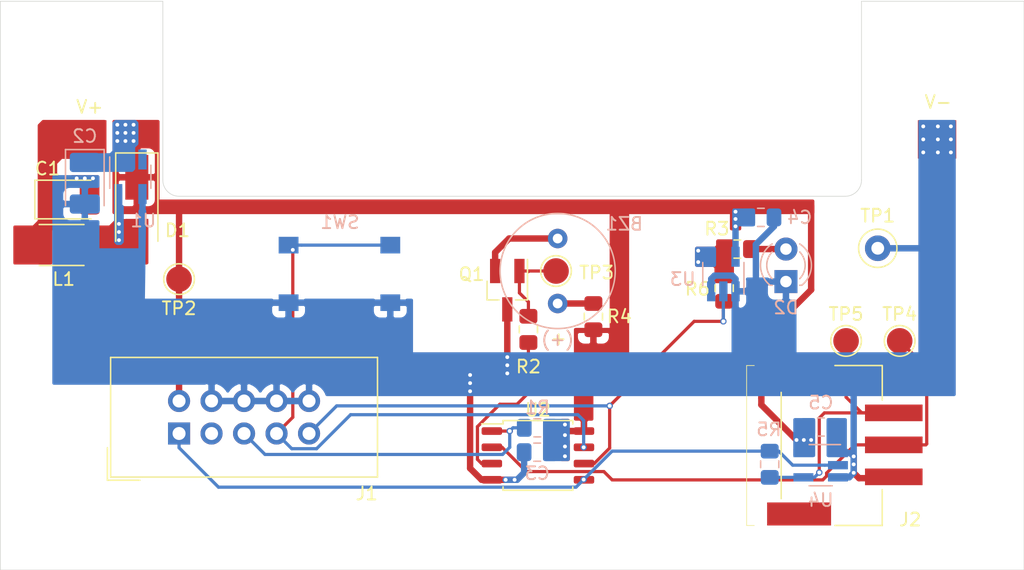
<source format=kicad_pcb>
(kicad_pcb (version 20171130) (host pcbnew "(5.1.5-0-10_14)")

  (general
    (thickness 1.6)
    (drawings 14)
    (tracks 184)
    (zones 0)
    (modules 33)
    (nets 19)
  )

  (page A4)
  (layers
    (0 F.Cu signal)
    (31 B.Cu signal)
    (32 B.Adhes user hide)
    (33 F.Adhes user hide)
    (34 B.Paste user hide)
    (35 F.Paste user hide)
    (36 B.SilkS user)
    (37 F.SilkS user)
    (38 B.Mask user hide)
    (39 F.Mask user hide)
    (40 Dwgs.User user hide)
    (41 Cmts.User user hide)
    (42 Eco1.User user hide)
    (43 Eco2.User user hide)
    (44 Edge.Cuts user)
    (45 Margin user hide)
    (46 B.CrtYd user hide)
    (47 F.CrtYd user hide)
    (48 B.Fab user hide)
    (49 F.Fab user hide)
  )

  (setup
    (last_trace_width 0.25)
    (trace_clearance 0.2)
    (zone_clearance 0.2)
    (zone_45_only no)
    (trace_min 0.2)
    (via_size 0.5)
    (via_drill 0.3)
    (via_min_size 0.45)
    (via_min_drill 0.2)
    (uvia_size 0.3)
    (uvia_drill 0.1)
    (uvias_allowed yes)
    (uvia_min_size 0.2)
    (uvia_min_drill 0.1)
    (edge_width 0.05)
    (segment_width 0.2)
    (pcb_text_width 0.3)
    (pcb_text_size 1.5 1.5)
    (mod_edge_width 0.12)
    (mod_text_size 1 1)
    (mod_text_width 0.15)
    (pad_size 2 2)
    (pad_drill 0)
    (pad_to_mask_clearance 0.051)
    (solder_mask_min_width 0.25)
    (aux_axis_origin 0 0)
    (visible_elements FFFFEF7F)
    (pcbplotparams
      (layerselection 0x010f0_ffffffff)
      (usegerberextensions false)
      (usegerberattributes false)
      (usegerberadvancedattributes false)
      (creategerberjobfile false)
      (excludeedgelayer true)
      (linewidth 0.100000)
      (plotframeref false)
      (viasonmask false)
      (mode 1)
      (useauxorigin false)
      (hpglpennumber 1)
      (hpglpenspeed 20)
      (hpglpendiameter 15.000000)
      (psnegative false)
      (psa4output false)
      (plotreference true)
      (plotvalue true)
      (plotinvisibletext false)
      (padsonsilk false)
      (subtractmaskfromsilk false)
      (outputformat 1)
      (mirror false)
      (drillshape 0)
      (scaleselection 1)
      (outputdirectory "./fab"))
  )

  (net 0 "")
  (net 1 GND)
  (net 2 "Net-(BZ1-Pad1)")
  (net 3 "Net-(BZ1-Pad2)")
  (net 4 VCC)
  (net 5 "Net-(D1-Pad2)")
  (net 6 "Net-(D2-Pad2)")
  (net 7 /MOSI)
  (net 8 "Net-(J1-Pad3)")
  (net 9 /RST)
  (net 10 /SCK)
  (net 11 /MISO)
  (net 12 "Net-(J2-Pad2)")
  (net 13 "Net-(R2-Pad2)")
  (net 14 "Net-(U1-Pad3)")
  (net 15 /Vbat)
  (net 16 "Net-(J2-Pad1)")
  (net 17 "Net-(R3-Pad1)")
  (net 18 "Net-(Q1-Pad1)")

  (net_class Default "This is the default net class."
    (clearance 0.2)
    (trace_width 0.25)
    (via_dia 0.5)
    (via_drill 0.3)
    (uvia_dia 0.3)
    (uvia_drill 0.1)
    (add_net /MISO)
    (add_net /MOSI)
    (add_net /RST)
    (add_net /SCK)
    (add_net "Net-(D1-Pad2)")
    (add_net "Net-(J1-Pad3)")
    (add_net "Net-(J2-Pad1)")
    (add_net "Net-(J2-Pad2)")
    (add_net "Net-(Q1-Pad1)")
    (add_net "Net-(R2-Pad2)")
    (add_net "Net-(R3-Pad1)")
    (add_net "Net-(U1-Pad3)")
  )

  (net_class POWER ""
    (clearance 0.2)
    (trace_width 0.5)
    (via_dia 0.5)
    (via_drill 0.3)
    (uvia_dia 0.3)
    (uvia_drill 0.1)
    (add_net /Vbat)
    (add_net GND)
    (add_net "Net-(BZ1-Pad1)")
    (add_net "Net-(BZ1-Pad2)")
    (add_net "Net-(D2-Pad2)")
    (add_net VCC)
  )

  (module hrem:buzzer (layer B.Cu) (tedit 5E362E53) (tstamp 5DE20E61)
    (at 99.441 64.262 90)
    (path /5D9F300D)
    (fp_text reference BZ1 (at 3.683 5.207) (layer B.SilkS)
      (effects (font (size 1 1) (thickness 0.15)) (justify mirror))
    )
    (fp_text value Buzzer (at 0 -2.54 270) (layer B.Fab)
      (effects (font (size 1 1) (thickness 0.15)) (justify mirror))
    )
    (fp_text user "(+)" (at -5.334 0 180) (layer B.SilkS)
      (effects (font (size 1 1) (thickness 0.15)) (justify mirror))
    )
    (fp_circle (center 0 0) (end 5 0) (layer B.CrtYd) (width 0.12))
    (fp_circle (center 0 0) (end 4.5 0) (layer B.SilkS) (width 0.12))
    (fp_text user + (at -5.334 0 90) (layer F.SilkS)
      (effects (font (size 1 1) (thickness 0.15)))
    )
    (pad 2 thru_hole circle (at 2.54 0 90) (size 1.524 1.524) (drill 0.762) (layers *.Cu *.Mask)
      (net 3 "Net-(BZ1-Pad2)"))
    (pad 1 thru_hole circle (at -2.54 0 90) (size 1.524 1.524) (drill 0.762) (layers *.Cu *.Mask)
      (net 2 "Net-(BZ1-Pad1)"))
  )

  (module "hrem:Diptronics DTSM-65N" (layer B.Cu) (tedit 5E2415FB) (tstamp 5E24248C)
    (at 82.385 64.4885)
    (path /5DE40789)
    (fp_text reference SW1 (at 0.038 -4.0365) (layer B.SilkS)
      (effects (font (size 1 1) (thickness 0.15)) (justify mirror))
    )
    (fp_text value SW_Push_Dual (at 0 5.08) (layer B.Fab)
      (effects (font (size 1 1) (thickness 0.15)) (justify mirror))
    )
    (fp_line (start -3.2 3.2) (end 3.2 3.2) (layer B.CrtYd) (width 0.12))
    (fp_line (start 3.2 3.2) (end 3.2 -3.2) (layer B.CrtYd) (width 0.12))
    (fp_line (start 3.2 -3.2) (end -3.2 -3.2) (layer B.CrtYd) (width 0.12))
    (fp_line (start -3.2 -3.2) (end -3.2 3.2) (layer B.CrtYd) (width 0.12))
    (fp_circle (center 0 0) (end 1.75 0) (layer B.CrtYd) (width 0.12))
    (pad 1 smd rect (at -3.975 2.25) (size 1.55 1.3) (layers B.Cu B.Paste B.Mask)
      (net 1 GND))
    (pad 1 smd rect (at 3.975 2.25) (size 1.55 1.3) (layers B.Cu B.Paste B.Mask)
      (net 1 GND))
    (pad 2 smd rect (at -3.975 -2.25) (size 1.55 1.3) (layers B.Cu B.Paste B.Mask)
      (net 10 /SCK))
    (pad 2 smd rect (at 3.975 -2.25) (size 1.55 1.3) (layers B.Cu B.Paste B.Mask)
      (net 10 /SCK))
  )

  (module TestPoint:TestPoint_Pad_D2.0mm (layer F.Cu) (tedit 5E23F432) (tstamp 5E23FC3D)
    (at 121.9835 69.723 180)
    (descr "SMD pad as test Point, diameter 2.0mm")
    (tags "test point SMD pad")
    (path /5E2F285F)
    (attr virtual)
    (fp_text reference TP5 (at 0 2.0955) (layer F.SilkS)
      (effects (font (size 1 1) (thickness 0.15)))
    )
    (fp_text value TestPoint_Flag (at 0 2.05) (layer F.Fab) hide
      (effects (font (size 1 1) (thickness 0.15)))
    )
    (fp_text user %R (at 0 -2) (layer F.Fab)
      (effects (font (size 1 1) (thickness 0.15)))
    )
    (fp_circle (center 0 0) (end 1.5 0) (layer F.CrtYd) (width 0.05))
    (fp_circle (center 0 0) (end 0 1.2) (layer F.SilkS) (width 0.12))
    (pad 1 smd circle (at 0 0 180) (size 2 2) (layers F.Cu F.Mask)
      (net 16 "Net-(J2-Pad1)"))
  )

  (module TestPoint:TestPoint_Pad_D2.0mm (layer F.Cu) (tedit 5E23F435) (tstamp 5E23FC35)
    (at 126.1745 69.723)
    (descr "SMD pad as test Point, diameter 2.0mm")
    (tags "test point SMD pad")
    (path /5E2F9918)
    (attr virtual)
    (fp_text reference TP4 (at 0 -2.0955) (layer F.SilkS)
      (effects (font (size 1 1) (thickness 0.15)))
    )
    (fp_text value TestPoint_Flag (at 0 2.05) (layer F.Fab) hide
      (effects (font (size 1 1) (thickness 0.15)))
    )
    (fp_text user %R (at 0 -2) (layer F.Fab)
      (effects (font (size 1 1) (thickness 0.15)))
    )
    (fp_circle (center 0 0) (end 1.5 0) (layer F.CrtYd) (width 0.05))
    (fp_circle (center 0 0) (end 0 1.2) (layer F.SilkS) (width 0.12))
    (pad 1 smd circle (at 0 0) (size 2 2) (layers F.Cu F.Mask)
      (net 12 "Net-(J2-Pad2)"))
  )

  (module TestPoint:TestPoint_Pad_D2.0mm (layer F.Cu) (tedit 5A0F774F) (tstamp 5E259283)
    (at 99.314 64.262)
    (descr "SMD pad as test Point, diameter 2.0mm")
    (tags "test point SMD pad")
    (path /5E2F4B64)
    (attr virtual)
    (fp_text reference TP3 (at 3.175 0.127) (layer F.SilkS)
      (effects (font (size 1 1) (thickness 0.15)))
    )
    (fp_text value TestPoint_Flag (at 0 2.05) (layer F.Fab)
      (effects (font (size 1 1) (thickness 0.15)))
    )
    (fp_circle (center 0 0) (end 0 1.2) (layer F.SilkS) (width 0.12))
    (fp_circle (center 0 0) (end 1.5 0) (layer F.CrtYd) (width 0.05))
    (fp_text user %R (at 0 -2) (layer F.Fab)
      (effects (font (size 1 1) (thickness 0.15)))
    )
    (pad 1 smd circle (at 0 0) (size 2 2) (layers F.Cu F.Mask)
      (net 18 "Net-(Q1-Pad1)"))
  )

  (module TestPoint:TestPoint_Pad_D2.0mm (layer F.Cu) (tedit 5A0F774F) (tstamp 5E23FC25)
    (at 69.85 64.897)
    (descr "SMD pad as test Point, diameter 2.0mm")
    (tags "test point SMD pad")
    (path /5E2F0DC2)
    (attr virtual)
    (fp_text reference TP2 (at 0 2.286) (layer F.SilkS)
      (effects (font (size 1 1) (thickness 0.15)))
    )
    (fp_text value TestPoint_Flag (at 0 2.05) (layer F.Fab) hide
      (effects (font (size 1 1) (thickness 0.15)))
    )
    (fp_circle (center 0 0) (end 0 1.2) (layer F.SilkS) (width 0.12))
    (fp_circle (center 0 0) (end 1.5 0) (layer F.CrtYd) (width 0.05))
    (fp_text user %R (at -1.651 -4.445) (layer F.Fab) hide
      (effects (font (size 1 1) (thickness 0.15)))
    )
    (pad 1 smd circle (at 0 0) (size 2 2) (layers F.Cu F.Mask)
      (net 4 VCC))
  )

  (module TestPoint:TestPoint_Loop_D2.50mm_Drill1.0mm (layer F.Cu) (tedit 5A0F774F) (tstamp 5E23FC1D)
    (at 124.46 62.484)
    (descr "wire loop as test point, loop diameter 2.5mm, hole diameter 1.0mm")
    (tags "test point wire loop bead")
    (path /5E2E9580)
    (fp_text reference TP1 (at 0 -2.54) (layer F.SilkS)
      (effects (font (size 1 1) (thickness 0.15)))
    )
    (fp_text value TestPoint_Flag (at 0 -2.8) (layer F.Fab) hide
      (effects (font (size 1 1) (thickness 0.15)))
    )
    (fp_line (start -1.3 -0.2) (end -1.3 0.2) (layer F.Fab) (width 0.12))
    (fp_line (start -1.3 0.2) (end 1.3 0.2) (layer F.Fab) (width 0.12))
    (fp_line (start 1.3 0.2) (end 1.3 -0.2) (layer F.Fab) (width 0.12))
    (fp_line (start 1.3 -0.2) (end -1.3 -0.2) (layer F.Fab) (width 0.12))
    (fp_circle (center 0 0) (end 1.8 0) (layer F.CrtYd) (width 0.05))
    (fp_circle (center 0 0) (end 1.5 0) (layer F.SilkS) (width 0.12))
    (fp_text user %R (at 0.7 2.5) (layer F.Fab)
      (effects (font (size 1 1) (thickness 0.15)))
    )
    (pad 1 thru_hole circle (at 0 0) (size 2 2) (drill 1) (layers *.Cu *.Mask)
      (net 1 GND))
    (model ${KISYS3DMOD}/TestPoint.3dshapes/TestPoint_Loop_D2.50mm_Drill1.0mm.wrl
      (at (xyz 0 0 0))
      (scale (xyz 1 1 1))
      (rotate (xyz 0 0 0))
    )
  )

  (module Connector_IDC:IDC-Header_2x05_P2.54mm_Vertical (layer F.Cu) (tedit 59DE0611) (tstamp 5E23FC11)
    (at 69.85 76.962 90)
    (descr "Through hole straight IDC box header, 2x05, 2.54mm pitch, double rows")
    (tags "Through hole IDC box header THT 2x05 2.54mm double row")
    (path /5E2E6590)
    (fp_text reference J1 (at -4.699 14.6685 180) (layer F.SilkS)
      (effects (font (size 1 1) (thickness 0.15)))
    )
    (fp_text value AVR-ISP (at 1.27 16.764 90) (layer F.Fab)
      (effects (font (size 1 1) (thickness 0.15)))
    )
    (fp_text user %R (at 1.27 5.08 90) (layer F.Fab)
      (effects (font (size 1 1) (thickness 0.15)))
    )
    (fp_line (start 5.695 -5.1) (end 5.695 15.26) (layer F.Fab) (width 0.1))
    (fp_line (start 5.145 -4.56) (end 5.145 14.7) (layer F.Fab) (width 0.1))
    (fp_line (start -3.155 -5.1) (end -3.155 15.26) (layer F.Fab) (width 0.1))
    (fp_line (start -2.605 -4.56) (end -2.605 2.83) (layer F.Fab) (width 0.1))
    (fp_line (start -2.605 7.33) (end -2.605 14.7) (layer F.Fab) (width 0.1))
    (fp_line (start -2.605 2.83) (end -3.155 2.83) (layer F.Fab) (width 0.1))
    (fp_line (start -2.605 7.33) (end -3.155 7.33) (layer F.Fab) (width 0.1))
    (fp_line (start 5.695 -5.1) (end -3.155 -5.1) (layer F.Fab) (width 0.1))
    (fp_line (start 5.145 -4.56) (end -2.605 -4.56) (layer F.Fab) (width 0.1))
    (fp_line (start 5.695 15.26) (end -3.155 15.26) (layer F.Fab) (width 0.1))
    (fp_line (start 5.145 14.7) (end -2.605 14.7) (layer F.Fab) (width 0.1))
    (fp_line (start 5.695 -5.1) (end 5.145 -4.56) (layer F.Fab) (width 0.1))
    (fp_line (start 5.695 15.26) (end 5.145 14.7) (layer F.Fab) (width 0.1))
    (fp_line (start -3.155 -5.1) (end -2.605 -4.56) (layer F.Fab) (width 0.1))
    (fp_line (start -3.155 15.26) (end -2.605 14.7) (layer F.Fab) (width 0.1))
    (fp_line (start 5.95 -5.35) (end 5.95 15.51) (layer F.CrtYd) (width 0.05))
    (fp_line (start 5.95 15.51) (end -3.41 15.51) (layer F.CrtYd) (width 0.05))
    (fp_line (start -3.41 15.51) (end -3.41 -5.35) (layer F.CrtYd) (width 0.05))
    (fp_line (start -3.41 -5.35) (end 5.95 -5.35) (layer F.CrtYd) (width 0.05))
    (fp_line (start 5.945 -5.35) (end 5.945 15.51) (layer F.SilkS) (width 0.12))
    (fp_line (start 5.945 15.51) (end -3.405 15.51) (layer F.SilkS) (width 0.12))
    (fp_line (start -3.405 15.51) (end -3.405 -5.35) (layer F.SilkS) (width 0.12))
    (fp_line (start -3.405 -5.35) (end 5.945 -5.35) (layer F.SilkS) (width 0.12))
    (fp_line (start -3.655 -5.6) (end -3.655 -3.06) (layer F.SilkS) (width 0.12))
    (fp_line (start -3.655 -5.6) (end -1.115 -5.6) (layer F.SilkS) (width 0.12))
    (pad 1 thru_hole rect (at 0 0 90) (size 1.7272 1.7272) (drill 1.016) (layers *.Cu *.Mask)
      (net 7 /MOSI))
    (pad 2 thru_hole oval (at 2.54 0 90) (size 1.7272 1.7272) (drill 1.016) (layers *.Cu *.Mask)
      (net 4 VCC))
    (pad 3 thru_hole oval (at 0 2.54 90) (size 1.7272 1.7272) (drill 1.016) (layers *.Cu *.Mask)
      (net 8 "Net-(J1-Pad3)"))
    (pad 4 thru_hole oval (at 2.54 2.54 90) (size 1.7272 1.7272) (drill 1.016) (layers *.Cu *.Mask)
      (net 1 GND))
    (pad 5 thru_hole oval (at 0 5.08 90) (size 1.7272 1.7272) (drill 1.016) (layers *.Cu *.Mask)
      (net 9 /RST))
    (pad 6 thru_hole oval (at 2.54 5.08 90) (size 1.7272 1.7272) (drill 1.016) (layers *.Cu *.Mask)
      (net 1 GND))
    (pad 7 thru_hole oval (at 0 7.62 90) (size 1.7272 1.7272) (drill 1.016) (layers *.Cu *.Mask)
      (net 10 /SCK))
    (pad 8 thru_hole oval (at 2.54 7.62 90) (size 1.7272 1.7272) (drill 1.016) (layers *.Cu *.Mask)
      (net 1 GND))
    (pad 9 thru_hole oval (at 0 10.16 90) (size 1.7272 1.7272) (drill 1.016) (layers *.Cu *.Mask)
      (net 11 /MISO))
    (pad 10 thru_hole oval (at 2.54 10.16 90) (size 1.7272 1.7272) (drill 1.016) (layers *.Cu *.Mask)
      (net 1 GND))
    (model ${KISYS3DMOD}/Connector_IDC.3dshapes/IDC-Header_2x05_P2.54mm_Vertical.wrl
      (at (xyz 0 0 0))
      (scale (xyz 1 1 1))
      (rotate (xyz 0 0 0))
    )
  )

  (module Package_TO_SOT_SMD:SOT-23-5_HandSoldering (layer B.Cu) (tedit 5A0AB76C) (tstamp 5E23F199)
    (at 119.9985 79.4385 180)
    (descr "5-pin SOT23 package")
    (tags "SOT-23-5 hand-soldering")
    (path /5E2B2E3B)
    (attr smd)
    (fp_text reference U4 (at 0 -2.7305) (layer B.SilkS)
      (effects (font (size 1 1) (thickness 0.15)) (justify mirror))
    )
    (fp_text value 74LVC1G125 (at 0 -2.9) (layer B.Fab)
      (effects (font (size 1 1) (thickness 0.15)) (justify mirror))
    )
    (fp_line (start 2.38 -1.8) (end -2.38 -1.8) (layer B.CrtYd) (width 0.05))
    (fp_line (start 2.38 -1.8) (end 2.38 1.8) (layer B.CrtYd) (width 0.05))
    (fp_line (start -2.38 1.8) (end -2.38 -1.8) (layer B.CrtYd) (width 0.05))
    (fp_line (start -2.38 1.8) (end 2.38 1.8) (layer B.CrtYd) (width 0.05))
    (fp_line (start 0.9 1.55) (end 0.9 -1.55) (layer B.Fab) (width 0.1))
    (fp_line (start 0.9 -1.55) (end -0.9 -1.55) (layer B.Fab) (width 0.1))
    (fp_line (start -0.9 0.9) (end -0.9 -1.55) (layer B.Fab) (width 0.1))
    (fp_line (start 0.9 1.55) (end -0.25 1.55) (layer B.Fab) (width 0.1))
    (fp_line (start -0.9 0.9) (end -0.25 1.55) (layer B.Fab) (width 0.1))
    (fp_line (start 0.9 1.61) (end -1.55 1.61) (layer B.SilkS) (width 0.12))
    (fp_line (start -0.9 -1.61) (end 0.9 -1.61) (layer B.SilkS) (width 0.12))
    (fp_text user %R (at 0 0 270) (layer B.Fab)
      (effects (font (size 0.5 0.5) (thickness 0.075)) (justify mirror))
    )
    (pad 5 smd rect (at 1.35 0.95 180) (size 1.56 0.65) (layers B.Cu B.Paste B.Mask)
      (net 4 VCC))
    (pad 4 smd rect (at 1.35 -0.95 180) (size 1.56 0.65) (layers B.Cu B.Paste B.Mask)
      (net 16 "Net-(J2-Pad1)"))
    (pad 3 smd rect (at -1.35 -0.95 180) (size 1.56 0.65) (layers B.Cu B.Paste B.Mask)
      (net 1 GND))
    (pad 2 smd rect (at -1.35 0 180) (size 1.56 0.65) (layers B.Cu B.Paste B.Mask)
      (net 7 /MOSI))
    (pad 1 smd rect (at -1.35 0.95 180) (size 1.56 0.65) (layers B.Cu B.Paste B.Mask)
      (net 1 GND))
    (model ${KISYS3DMOD}/Package_TO_SOT_SMD.3dshapes/SOT-23-5.wrl
      (at (xyz 0 0 0))
      (scale (xyz 1 1 1))
      (rotate (xyz 0 0 0))
    )
  )

  (module Package_TO_SOT_SMD:SOT-23-5_HandSoldering (layer B.Cu) (tedit 5A0AB76C) (tstamp 5E23F184)
    (at 112.3925 64.4995 90)
    (descr "5-pin SOT23 package")
    (tags "SOT-23-5 hand-soldering")
    (path /5E2638C3)
    (attr smd)
    (fp_text reference U3 (at -0.3975 -3.1725 180) (layer B.SilkS)
      (effects (font (size 1 1) (thickness 0.15)) (justify mirror))
    )
    (fp_text value 74LVC1G125 (at 0 -2.9 270) (layer B.Fab)
      (effects (font (size 1 1) (thickness 0.15)) (justify mirror))
    )
    (fp_text user %R (at 0 0) (layer B.Fab)
      (effects (font (size 0.5 0.5) (thickness 0.075)) (justify mirror))
    )
    (fp_line (start -0.9 -1.61) (end 0.9 -1.61) (layer B.SilkS) (width 0.12))
    (fp_line (start 0.9 1.61) (end -1.55 1.61) (layer B.SilkS) (width 0.12))
    (fp_line (start -0.9 0.9) (end -0.25 1.55) (layer B.Fab) (width 0.1))
    (fp_line (start 0.9 1.55) (end -0.25 1.55) (layer B.Fab) (width 0.1))
    (fp_line (start -0.9 0.9) (end -0.9 -1.55) (layer B.Fab) (width 0.1))
    (fp_line (start 0.9 -1.55) (end -0.9 -1.55) (layer B.Fab) (width 0.1))
    (fp_line (start 0.9 1.55) (end 0.9 -1.55) (layer B.Fab) (width 0.1))
    (fp_line (start -2.38 1.8) (end 2.38 1.8) (layer B.CrtYd) (width 0.05))
    (fp_line (start -2.38 1.8) (end -2.38 -1.8) (layer B.CrtYd) (width 0.05))
    (fp_line (start 2.38 -1.8) (end 2.38 1.8) (layer B.CrtYd) (width 0.05))
    (fp_line (start 2.38 -1.8) (end -2.38 -1.8) (layer B.CrtYd) (width 0.05))
    (pad 1 smd rect (at -1.35 0.95 90) (size 1.56 0.65) (layers B.Cu B.Paste B.Mask)
      (net 1 GND))
    (pad 2 smd rect (at -1.35 0 90) (size 1.56 0.65) (layers B.Cu B.Paste B.Mask)
      (net 11 /MISO))
    (pad 3 smd rect (at -1.35 -0.95 90) (size 1.56 0.65) (layers B.Cu B.Paste B.Mask)
      (net 1 GND))
    (pad 4 smd rect (at 1.35 -0.95 90) (size 1.56 0.65) (layers B.Cu B.Paste B.Mask)
      (net 17 "Net-(R3-Pad1)"))
    (pad 5 smd rect (at 1.35 0.95 90) (size 1.56 0.65) (layers B.Cu B.Paste B.Mask)
      (net 4 VCC))
    (model ${KISYS3DMOD}/Package_TO_SOT_SMD.3dshapes/SOT-23-5.wrl
      (at (xyz 0 0 0))
      (scale (xyz 1 1 1))
      (rotate (xyz 0 0 0))
    )
  )

  (module Resistor_SMD:R_0805_2012Metric_Pad1.15x1.40mm_HandSolder (layer F.Cu) (tedit 5B36C52B) (tstamp 5E23F16F)
    (at 112.4585 65.6045 90)
    (descr "Resistor SMD 0805 (2012 Metric), square (rectangular) end terminal, IPC_7351 nominal with elongated pad for handsoldering. (Body size source: https://docs.google.com/spreadsheets/d/1BsfQQcO9C6DZCsRaXUlFlo91Tg2WpOkGARC1WS5S8t0/edit?usp=sharing), generated with kicad-footprint-generator")
    (tags "resistor handsolder")
    (path /5E2942EF)
    (attr smd)
    (fp_text reference R6 (at -0.0545 -2.0955 180) (layer F.SilkS)
      (effects (font (size 1 1) (thickness 0.15)))
    )
    (fp_text value 0R (at 0 1.65 90) (layer F.Fab)
      (effects (font (size 1 1) (thickness 0.15)))
    )
    (fp_text user %R (at 0 0 90) (layer F.Fab)
      (effects (font (size 0.5 0.5) (thickness 0.08)))
    )
    (fp_line (start 1.85 0.95) (end -1.85 0.95) (layer F.CrtYd) (width 0.05))
    (fp_line (start 1.85 -0.95) (end 1.85 0.95) (layer F.CrtYd) (width 0.05))
    (fp_line (start -1.85 -0.95) (end 1.85 -0.95) (layer F.CrtYd) (width 0.05))
    (fp_line (start -1.85 0.95) (end -1.85 -0.95) (layer F.CrtYd) (width 0.05))
    (fp_line (start -0.261252 0.71) (end 0.261252 0.71) (layer F.SilkS) (width 0.12))
    (fp_line (start -0.261252 -0.71) (end 0.261252 -0.71) (layer F.SilkS) (width 0.12))
    (fp_line (start 1 0.6) (end -1 0.6) (layer F.Fab) (width 0.1))
    (fp_line (start 1 -0.6) (end 1 0.6) (layer F.Fab) (width 0.1))
    (fp_line (start -1 -0.6) (end 1 -0.6) (layer F.Fab) (width 0.1))
    (fp_line (start -1 0.6) (end -1 -0.6) (layer F.Fab) (width 0.1))
    (pad 2 smd roundrect (at 1.025 0 90) (size 1.15 1.4) (layers F.Cu F.Paste F.Mask) (roundrect_rratio 0.217391)
      (net 17 "Net-(R3-Pad1)"))
    (pad 1 smd roundrect (at -1.025 0 90) (size 1.15 1.4) (layers F.Cu F.Paste F.Mask) (roundrect_rratio 0.217391)
      (net 11 /MISO))
    (model ${KISYS3DMOD}/Resistor_SMD.3dshapes/R_0805_2012Metric.wrl
      (at (xyz 0 0 0))
      (scale (xyz 1 1 1))
      (rotate (xyz 0 0 0))
    )
  )

  (module Resistor_SMD:R_0805_2012Metric_Pad1.15x1.40mm_HandSolder (layer B.Cu) (tedit 5B36C52B) (tstamp 5E23F15E)
    (at 116.0145 79.366 270)
    (descr "Resistor SMD 0805 (2012 Metric), square (rectangular) end terminal, IPC_7351 nominal with elongated pad for handsoldering. (Body size source: https://docs.google.com/spreadsheets/d/1BsfQQcO9C6DZCsRaXUlFlo91Tg2WpOkGARC1WS5S8t0/edit?usp=sharing), generated with kicad-footprint-generator")
    (tags "resistor handsolder")
    (path /5E2D3782)
    (attr smd)
    (fp_text reference R5 (at -2.7215 0.0635) (layer B.SilkS)
      (effects (font (size 1 1) (thickness 0.15)) (justify mirror))
    )
    (fp_text value 0R (at 0 -1.65 270) (layer B.Fab)
      (effects (font (size 1 1) (thickness 0.15)) (justify mirror))
    )
    (fp_line (start -1 -0.6) (end -1 0.6) (layer B.Fab) (width 0.1))
    (fp_line (start -1 0.6) (end 1 0.6) (layer B.Fab) (width 0.1))
    (fp_line (start 1 0.6) (end 1 -0.6) (layer B.Fab) (width 0.1))
    (fp_line (start 1 -0.6) (end -1 -0.6) (layer B.Fab) (width 0.1))
    (fp_line (start -0.261252 0.71) (end 0.261252 0.71) (layer B.SilkS) (width 0.12))
    (fp_line (start -0.261252 -0.71) (end 0.261252 -0.71) (layer B.SilkS) (width 0.12))
    (fp_line (start -1.85 -0.95) (end -1.85 0.95) (layer B.CrtYd) (width 0.05))
    (fp_line (start -1.85 0.95) (end 1.85 0.95) (layer B.CrtYd) (width 0.05))
    (fp_line (start 1.85 0.95) (end 1.85 -0.95) (layer B.CrtYd) (width 0.05))
    (fp_line (start 1.85 -0.95) (end -1.85 -0.95) (layer B.CrtYd) (width 0.05))
    (fp_text user %R (at 0 0 270) (layer B.Fab)
      (effects (font (size 0.5 0.5) (thickness 0.08)) (justify mirror))
    )
    (pad 1 smd roundrect (at -1.025 0 270) (size 1.15 1.4) (layers B.Cu B.Paste B.Mask) (roundrect_rratio 0.217391)
      (net 7 /MOSI))
    (pad 2 smd roundrect (at 1.025 0 270) (size 1.15 1.4) (layers B.Cu B.Paste B.Mask) (roundrect_rratio 0.217391)
      (net 16 "Net-(J2-Pad1)"))
    (model ${KISYS3DMOD}/Resistor_SMD.3dshapes/R_0805_2012Metric.wrl
      (at (xyz 0 0 0))
      (scale (xyz 1 1 1))
      (rotate (xyz 0 0 0))
    )
  )

  (module "hrem:Murata LQH43" (layer F.Cu) (tedit 5E22F2C7) (tstamp 5E23434F)
    (at 60.92 61.13)
    (path /5DA22770)
    (fp_text reference L1 (at -0.087 3.767) (layer F.SilkS)
      (effects (font (size 1 1) (thickness 0.15)))
    )
    (fp_text value 100uH (at 1.183 5.291) (layer F.Fab)
      (effects (font (size 1 1) (thickness 0.15)))
    )
    (fp_line (start -2 -0.5) (end 1.5 -0.5) (layer F.SilkS) (width 0.12))
    (fp_line (start -2 2.7) (end 1.5 2.7) (layer F.SilkS) (width 0.12))
    (pad 1 smd rect (at -2.5 1.1) (size 3 3) (layers F.Cu F.Paste F.Mask)
      (net 15 /Vbat))
    (pad 2 smd rect (at 2 1.1) (size 3 3) (layers F.Cu F.Paste F.Mask)
      (net 5 "Net-(D1-Pad2)"))
  )

  (module Capacitor_SMD:C_0805_2012Metric_Pad1.15x1.40mm_HandSolder (layer B.Cu) (tedit 5B36C52B) (tstamp 5E23433F)
    (at 97.8445 78.4225 180)
    (descr "Capacitor SMD 0805 (2012 Metric), square (rectangular) end terminal, IPC_7351 nominal with elongated pad for handsoldering. (Body size source: https://docs.google.com/spreadsheets/d/1BsfQQcO9C6DZCsRaXUlFlo91Tg2WpOkGARC1WS5S8t0/edit?usp=sharing), generated with kicad-footprint-generator")
    (tags "capacitor handsolder")
    (path /5DB6C80A)
    (attr smd)
    (fp_text reference C3 (at 0 -1.651 180) (layer B.SilkS)
      (effects (font (size 1 1) (thickness 0.15)) (justify mirror))
    )
    (fp_text value 100nF (at 0 -1.65 180) (layer B.Fab)
      (effects (font (size 1 1) (thickness 0.15)) (justify mirror))
    )
    (fp_line (start -1 -0.6) (end -1 0.6) (layer B.Fab) (width 0.1))
    (fp_line (start -1 0.6) (end 1 0.6) (layer B.Fab) (width 0.1))
    (fp_line (start 1 0.6) (end 1 -0.6) (layer B.Fab) (width 0.1))
    (fp_line (start 1 -0.6) (end -1 -0.6) (layer B.Fab) (width 0.1))
    (fp_line (start -0.261252 0.71) (end 0.261252 0.71) (layer B.SilkS) (width 0.12))
    (fp_line (start -0.261252 -0.71) (end 0.261252 -0.71) (layer B.SilkS) (width 0.12))
    (fp_line (start -1.85 -0.95) (end -1.85 0.95) (layer B.CrtYd) (width 0.05))
    (fp_line (start -1.85 0.95) (end 1.85 0.95) (layer B.CrtYd) (width 0.05))
    (fp_line (start 1.85 0.95) (end 1.85 -0.95) (layer B.CrtYd) (width 0.05))
    (fp_line (start 1.85 -0.95) (end -1.85 -0.95) (layer B.CrtYd) (width 0.05))
    (fp_text user %R (at 0 0 180) (layer B.Fab)
      (effects (font (size 0.5 0.5) (thickness 0.08)) (justify mirror))
    )
    (pad 1 smd roundrect (at -1.025 0 180) (size 1.15 1.4) (layers B.Cu B.Paste B.Mask) (roundrect_rratio 0.217391)
      (net 4 VCC))
    (pad 2 smd roundrect (at 1.025 0 180) (size 1.15 1.4) (layers B.Cu B.Paste B.Mask) (roundrect_rratio 0.217391)
      (net 1 GND))
    (model ${KISYS3DMOD}/Capacitor_SMD.3dshapes/C_0805_2012Metric.wrl
      (at (xyz 0 0 0))
      (scale (xyz 1 1 1))
      (rotate (xyz 0 0 0))
    )
  )

  (module LED_THT:LED_D3.0mm (layer B.Cu) (tedit 587A3A7B) (tstamp 5E23418F)
    (at 117.2845 65.0875 90)
    (descr "LED, diameter 3.0mm, 2 pins")
    (tags "LED diameter 3.0mm 2 pins")
    (path /5DA03F1D)
    (fp_text reference D2 (at -2.032 0) (layer B.SilkS)
      (effects (font (size 1 1) (thickness 0.15)) (justify mirror))
    )
    (fp_text value LED (at 1.27 -2.96 -90) (layer B.Fab)
      (effects (font (size 1 1) (thickness 0.15)) (justify mirror))
    )
    (fp_arc (start 1.27 0) (end -0.23 1.16619) (angle -284.3) (layer B.Fab) (width 0.1))
    (fp_arc (start 1.27 0) (end -0.29 1.235516) (angle -108.8) (layer B.SilkS) (width 0.12))
    (fp_arc (start 1.27 0) (end -0.29 -1.235516) (angle 108.8) (layer B.SilkS) (width 0.12))
    (fp_arc (start 1.27 0) (end 0.229039 1.08) (angle -87.9) (layer B.SilkS) (width 0.12))
    (fp_arc (start 1.27 0) (end 0.229039 -1.08) (angle 87.9) (layer B.SilkS) (width 0.12))
    (fp_circle (center 1.27 0) (end 2.77 0) (layer B.Fab) (width 0.1))
    (fp_line (start -0.23 1.16619) (end -0.23 -1.16619) (layer B.Fab) (width 0.1))
    (fp_line (start -0.29 1.236) (end -0.29 1.08) (layer B.SilkS) (width 0.12))
    (fp_line (start -0.29 -1.08) (end -0.29 -1.236) (layer B.SilkS) (width 0.12))
    (fp_line (start -1.15 2.25) (end -1.15 -2.25) (layer B.CrtYd) (width 0.05))
    (fp_line (start -1.15 -2.25) (end 3.7 -2.25) (layer B.CrtYd) (width 0.05))
    (fp_line (start 3.7 -2.25) (end 3.7 2.25) (layer B.CrtYd) (width 0.05))
    (fp_line (start 3.7 2.25) (end -1.15 2.25) (layer B.CrtYd) (width 0.05))
    (pad 1 thru_hole rect (at 0 0 90) (size 1.8 1.8) (drill 0.9) (layers *.Cu *.Mask)
      (net 1 GND))
    (pad 2 thru_hole circle (at 2.54 0 90) (size 1.8 1.8) (drill 0.9) (layers *.Cu *.Mask)
      (net 6 "Net-(D2-Pad2)"))
    (model ${KISYS3DMOD}/LED_THT.3dshapes/LED_D3.0mm.wrl
      (at (xyz 0 0 0))
      (scale (xyz 1 1 1))
      (rotate (xyz 0 0 0))
    )
  )

  (module Package_TO_SOT_SMD:SOT-23-5_HandSoldering (layer B.Cu) (tedit 5A0AB76C) (tstamp 5E1B02AC)
    (at 66.04 56.896 270)
    (descr "5-pin SOT23 package")
    (tags "SOT-23-5 hand-soldering")
    (path /5DC3B268)
    (attr smd)
    (fp_text reference U1 (at 3.429 -1.016) (layer B.SilkS)
      (effects (font (size 1 1) (thickness 0.15)) (justify mirror))
    )
    (fp_text value HT7733A (at -0.127 -5.207) (layer B.Fab)
      (effects (font (size 1 1) (thickness 0.15)) (justify mirror))
    )
    (fp_text user %R (at 0 0) (layer B.Fab)
      (effects (font (size 0.5 0.5) (thickness 0.075)) (justify mirror))
    )
    (fp_line (start -0.9 -1.61) (end 0.9 -1.61) (layer B.SilkS) (width 0.12))
    (fp_line (start 0.9 1.61) (end -1.55 1.61) (layer B.SilkS) (width 0.12))
    (fp_line (start -0.9 0.9) (end -0.25 1.55) (layer B.Fab) (width 0.1))
    (fp_line (start 0.9 1.55) (end -0.25 1.55) (layer B.Fab) (width 0.1))
    (fp_line (start -0.9 0.9) (end -0.9 -1.55) (layer B.Fab) (width 0.1))
    (fp_line (start 0.9 -1.55) (end -0.9 -1.55) (layer B.Fab) (width 0.1))
    (fp_line (start 0.9 1.55) (end 0.9 -1.55) (layer B.Fab) (width 0.1))
    (fp_line (start -2.38 1.8) (end 2.38 1.8) (layer B.CrtYd) (width 0.05))
    (fp_line (start -2.38 1.8) (end -2.38 -1.8) (layer B.CrtYd) (width 0.05))
    (fp_line (start 2.38 -1.8) (end 2.38 1.8) (layer B.CrtYd) (width 0.05))
    (fp_line (start 2.38 -1.8) (end -2.38 -1.8) (layer B.CrtYd) (width 0.05))
    (pad 1 smd rect (at -1.35 0.95 270) (size 1.56 0.65) (layers B.Cu B.Paste B.Mask)
      (net 4 VCC))
    (pad 2 smd rect (at -1.35 0 270) (size 1.56 0.65) (layers B.Cu B.Paste B.Mask)
      (net 4 VCC))
    (pad 3 smd rect (at -1.35 -0.95 270) (size 1.56 0.65) (layers B.Cu B.Paste B.Mask)
      (net 14 "Net-(U1-Pad3)"))
    (pad 4 smd rect (at 1.35 -0.95 270) (size 1.56 0.65) (layers B.Cu B.Paste B.Mask)
      (net 1 GND))
    (pad 5 smd rect (at 1.35 0.95 270) (size 1.56 0.65) (layers B.Cu B.Paste B.Mask)
      (net 5 "Net-(D1-Pad2)"))
    (model ${KISYS3DMOD}/Package_TO_SOT_SMD.3dshapes/SOT-23-5.wrl
      (at (xyz 0 0 0))
      (scale (xyz 1 1 1))
      (rotate (xyz 0 0 0))
    )
  )

  (module Package_SO:SOIC-8_5.23x5.23mm_P1.27mm (layer F.Cu) (tedit 5D9F72B1) (tstamp 5E19D689)
    (at 97.8975 78.6765)
    (descr "SOIC, 8 Pin (http://www.winbond.com/resource-files/w25q32jv%20revg%2003272018%20plus.pdf#page=68), generated with kicad-footprint-generator ipc_gullwing_generator.py")
    (tags "SOIC SO")
    (path /5D9F2256)
    (attr smd)
    (fp_text reference U2 (at 0 -3.56) (layer F.SilkS)
      (effects (font (size 1 1) (thickness 0.15)))
    )
    (fp_text value ATtiny85 (at 0 3.56) (layer F.Fab)
      (effects (font (size 1 1) (thickness 0.15)))
    )
    (fp_line (start 0 2.725) (end 2.725 2.725) (layer F.SilkS) (width 0.12))
    (fp_line (start 2.725 2.725) (end 2.725 2.465) (layer F.SilkS) (width 0.12))
    (fp_line (start 0 2.725) (end -2.725 2.725) (layer F.SilkS) (width 0.12))
    (fp_line (start -2.725 2.725) (end -2.725 2.465) (layer F.SilkS) (width 0.12))
    (fp_line (start 0 -2.725) (end 2.725 -2.725) (layer F.SilkS) (width 0.12))
    (fp_line (start 2.725 -2.725) (end 2.725 -2.465) (layer F.SilkS) (width 0.12))
    (fp_line (start 0 -2.725) (end -2.725 -2.725) (layer F.SilkS) (width 0.12))
    (fp_line (start -2.725 -2.725) (end -2.725 -2.465) (layer F.SilkS) (width 0.12))
    (fp_line (start -2.725 -2.465) (end -4.4 -2.465) (layer F.SilkS) (width 0.12))
    (fp_line (start -1.615 -2.615) (end 2.615 -2.615) (layer F.Fab) (width 0.1))
    (fp_line (start 2.615 -2.615) (end 2.615 2.615) (layer F.Fab) (width 0.1))
    (fp_line (start 2.615 2.615) (end -2.615 2.615) (layer F.Fab) (width 0.1))
    (fp_line (start -2.615 2.615) (end -2.615 -1.615) (layer F.Fab) (width 0.1))
    (fp_line (start -2.615 -1.615) (end -1.615 -2.615) (layer F.Fab) (width 0.1))
    (fp_line (start -4.65 -2.86) (end -4.65 2.86) (layer F.CrtYd) (width 0.05))
    (fp_line (start -4.65 2.86) (end 4.65 2.86) (layer F.CrtYd) (width 0.05))
    (fp_line (start 4.65 2.86) (end 4.65 -2.86) (layer F.CrtYd) (width 0.05))
    (fp_line (start 4.65 -2.86) (end -4.65 -2.86) (layer F.CrtYd) (width 0.05))
    (fp_text user %R (at 0 0) (layer F.Fab)
      (effects (font (size 1 1) (thickness 0.15)))
    )
    (pad 1 smd roundrect (at -3.6 -1.905) (size 1.6 0.6) (layers F.Cu F.Paste F.Mask) (roundrect_rratio 0.25)
      (net 9 /RST))
    (pad 2 smd roundrect (at -3.6 -0.635) (size 1.6 0.6) (layers F.Cu F.Paste F.Mask) (roundrect_rratio 0.25)
      (net 12 "Net-(J2-Pad2)"))
    (pad 3 smd roundrect (at -3.6 0.635) (size 1.6 0.6) (layers F.Cu F.Paste F.Mask) (roundrect_rratio 0.25)
      (net 13 "Net-(R2-Pad2)"))
    (pad 4 smd roundrect (at -3.6 1.905) (size 1.6 0.6) (layers F.Cu F.Paste F.Mask) (roundrect_rratio 0.25)
      (net 1 GND))
    (pad 5 smd roundrect (at 3.6 1.905) (size 1.6 0.6) (layers F.Cu F.Paste F.Mask) (roundrect_rratio 0.25)
      (net 7 /MOSI))
    (pad 6 smd roundrect (at 3.6 0.635) (size 1.6 0.6) (layers F.Cu F.Paste F.Mask) (roundrect_rratio 0.25)
      (net 11 /MISO))
    (pad 7 smd roundrect (at 3.6 -0.635) (size 1.6 0.6) (layers F.Cu F.Paste F.Mask) (roundrect_rratio 0.25)
      (net 10 /SCK))
    (pad 8 smd roundrect (at 3.6 -1.905) (size 1.6 0.6) (layers F.Cu F.Paste F.Mask) (roundrect_rratio 0.25)
      (net 4 VCC))
    (model ${KISYS3DMOD}/Package_SO.3dshapes/SOIC-8_5.23x5.23mm_P1.27mm.wrl
      (at (xyz 0 0 0))
      (scale (xyz 1 1 1))
      (rotate (xyz 0 0 0))
    )
  )

  (module Resistor_SMD:R_0805_2012Metric_Pad1.15x1.40mm_HandSolder (layer B.Cu) (tedit 5B36C52B) (tstamp 5E19D688)
    (at 97.8535 76.5175 180)
    (descr "Resistor SMD 0805 (2012 Metric), square (rectangular) end terminal, IPC_7351 nominal with elongated pad for handsoldering. (Body size source: https://docs.google.com/spreadsheets/d/1BsfQQcO9C6DZCsRaXUlFlo91Tg2WpOkGARC1WS5S8t0/edit?usp=sharing), generated with kicad-footprint-generator")
    (tags "resistor handsolder")
    (path /5DAC64F5)
    (attr smd)
    (fp_text reference R1 (at 0 1.5875) (layer B.SilkS)
      (effects (font (size 1 1) (thickness 0.15)) (justify mirror))
    )
    (fp_text value 10K (at 0 -1.65) (layer B.Fab)
      (effects (font (size 1 1) (thickness 0.15)) (justify mirror))
    )
    (fp_line (start -1 -0.6) (end -1 0.6) (layer B.Fab) (width 0.1))
    (fp_line (start -1 0.6) (end 1 0.6) (layer B.Fab) (width 0.1))
    (fp_line (start 1 0.6) (end 1 -0.6) (layer B.Fab) (width 0.1))
    (fp_line (start 1 -0.6) (end -1 -0.6) (layer B.Fab) (width 0.1))
    (fp_line (start -0.261252 0.71) (end 0.261252 0.71) (layer B.SilkS) (width 0.12))
    (fp_line (start -0.261252 -0.71) (end 0.261252 -0.71) (layer B.SilkS) (width 0.12))
    (fp_line (start -1.85 -0.95) (end -1.85 0.95) (layer B.CrtYd) (width 0.05))
    (fp_line (start -1.85 0.95) (end 1.85 0.95) (layer B.CrtYd) (width 0.05))
    (fp_line (start 1.85 0.95) (end 1.85 -0.95) (layer B.CrtYd) (width 0.05))
    (fp_line (start 1.85 -0.95) (end -1.85 -0.95) (layer B.CrtYd) (width 0.05))
    (fp_text user %R (at 0 0) (layer B.Fab)
      (effects (font (size 0.5 0.5) (thickness 0.08)) (justify mirror))
    )
    (pad 1 smd roundrect (at -1.025 0 180) (size 1.15 1.4) (layers B.Cu B.Paste B.Mask) (roundrect_rratio 0.217391)
      (net 4 VCC))
    (pad 2 smd roundrect (at 1.025 0 180) (size 1.15 1.4) (layers B.Cu B.Paste B.Mask) (roundrect_rratio 0.217391)
      (net 9 /RST))
    (model ${KISYS3DMOD}/Resistor_SMD.3dshapes/R_0805_2012Metric.wrl
      (at (xyz 0 0 0))
      (scale (xyz 1 1 1))
      (rotate (xyz 0 0 0))
    )
  )

  (module Resistor_SMD:R_0805_2012Metric_Pad1.15x1.40mm_HandSolder (layer F.Cu) (tedit 5B36C52B) (tstamp 5E259259)
    (at 102.235 67.827 270)
    (descr "Resistor SMD 0805 (2012 Metric), square (rectangular) end terminal, IPC_7351 nominal with elongated pad for handsoldering. (Body size source: https://docs.google.com/spreadsheets/d/1BsfQQcO9C6DZCsRaXUlFlo91Tg2WpOkGARC1WS5S8t0/edit?usp=sharing), generated with kicad-footprint-generator")
    (tags "resistor handsolder")
    (path /5DB85F94)
    (attr smd)
    (fp_text reference R4 (at -0.009 -2.032) (layer F.SilkS)
      (effects (font (size 1 1) (thickness 0.15)))
    )
    (fp_text value 100R (at 0 1.65 90) (layer F.Fab)
      (effects (font (size 1 1) (thickness 0.15)))
    )
    (fp_text user %R (at 0 0 90) (layer F.Fab)
      (effects (font (size 0.5 0.5) (thickness 0.08)))
    )
    (fp_line (start 1.85 0.95) (end -1.85 0.95) (layer F.CrtYd) (width 0.05))
    (fp_line (start 1.85 -0.95) (end 1.85 0.95) (layer F.CrtYd) (width 0.05))
    (fp_line (start -1.85 -0.95) (end 1.85 -0.95) (layer F.CrtYd) (width 0.05))
    (fp_line (start -1.85 0.95) (end -1.85 -0.95) (layer F.CrtYd) (width 0.05))
    (fp_line (start -0.261252 0.71) (end 0.261252 0.71) (layer F.SilkS) (width 0.12))
    (fp_line (start -0.261252 -0.71) (end 0.261252 -0.71) (layer F.SilkS) (width 0.12))
    (fp_line (start 1 0.6) (end -1 0.6) (layer F.Fab) (width 0.1))
    (fp_line (start 1 -0.6) (end 1 0.6) (layer F.Fab) (width 0.1))
    (fp_line (start -1 -0.6) (end 1 -0.6) (layer F.Fab) (width 0.1))
    (fp_line (start -1 0.6) (end -1 -0.6) (layer F.Fab) (width 0.1))
    (pad 2 smd roundrect (at 1.025 0 270) (size 1.15 1.4) (layers F.Cu F.Paste F.Mask) (roundrect_rratio 0.217391)
      (net 4 VCC))
    (pad 1 smd roundrect (at -1.025 0 270) (size 1.15 1.4) (layers F.Cu F.Paste F.Mask) (roundrect_rratio 0.217391)
      (net 2 "Net-(BZ1-Pad1)"))
    (model ${KISYS3DMOD}/Resistor_SMD.3dshapes/R_0805_2012Metric.wrl
      (at (xyz 0 0 0))
      (scale (xyz 1 1 1))
      (rotate (xyz 0 0 0))
    )
  )

  (module Resistor_SMD:R_0805_2012Metric_Pad1.15x1.40mm_HandSolder (layer F.Cu) (tedit 5B36C52B) (tstamp 5E19CAF0)
    (at 113.4835 62.5475)
    (descr "Resistor SMD 0805 (2012 Metric), square (rectangular) end terminal, IPC_7351 nominal with elongated pad for handsoldering. (Body size source: https://docs.google.com/spreadsheets/d/1BsfQQcO9C6DZCsRaXUlFlo91Tg2WpOkGARC1WS5S8t0/edit?usp=sharing), generated with kicad-footprint-generator")
    (tags "resistor handsolder")
    (path /5DA9218E)
    (attr smd)
    (fp_text reference R3 (at -1.5965 -1.5875) (layer F.SilkS)
      (effects (font (size 1 1) (thickness 0.15)))
    )
    (fp_text value 100R (at 0 1.65) (layer F.Fab)
      (effects (font (size 1 1) (thickness 0.15)))
    )
    (fp_line (start -1 0.6) (end -1 -0.6) (layer F.Fab) (width 0.1))
    (fp_line (start -1 -0.6) (end 1 -0.6) (layer F.Fab) (width 0.1))
    (fp_line (start 1 -0.6) (end 1 0.6) (layer F.Fab) (width 0.1))
    (fp_line (start 1 0.6) (end -1 0.6) (layer F.Fab) (width 0.1))
    (fp_line (start -0.261252 -0.71) (end 0.261252 -0.71) (layer F.SilkS) (width 0.12))
    (fp_line (start -0.261252 0.71) (end 0.261252 0.71) (layer F.SilkS) (width 0.12))
    (fp_line (start -1.85 0.95) (end -1.85 -0.95) (layer F.CrtYd) (width 0.05))
    (fp_line (start -1.85 -0.95) (end 1.85 -0.95) (layer F.CrtYd) (width 0.05))
    (fp_line (start 1.85 -0.95) (end 1.85 0.95) (layer F.CrtYd) (width 0.05))
    (fp_line (start 1.85 0.95) (end -1.85 0.95) (layer F.CrtYd) (width 0.05))
    (fp_text user %R (at 0 0) (layer F.Fab)
      (effects (font (size 0.5 0.5) (thickness 0.08)))
    )
    (pad 1 smd roundrect (at -1.025 0) (size 1.15 1.4) (layers F.Cu F.Paste F.Mask) (roundrect_rratio 0.217391)
      (net 17 "Net-(R3-Pad1)"))
    (pad 2 smd roundrect (at 1.025 0) (size 1.15 1.4) (layers F.Cu F.Paste F.Mask) (roundrect_rratio 0.217391)
      (net 6 "Net-(D2-Pad2)"))
    (model ${KISYS3DMOD}/Resistor_SMD.3dshapes/R_0805_2012Metric.wrl
      (at (xyz 0 0 0))
      (scale (xyz 1 1 1))
      (rotate (xyz 0 0 0))
    )
  )

  (module Resistor_SMD:R_0805_2012Metric_Pad1.15x1.40mm_HandSolder (layer F.Cu) (tedit 5B36C52B) (tstamp 5E2592A1)
    (at 97.155 68.825 270)
    (descr "Resistor SMD 0805 (2012 Metric), square (rectangular) end terminal, IPC_7351 nominal with elongated pad for handsoldering. (Body size source: https://docs.google.com/spreadsheets/d/1BsfQQcO9C6DZCsRaXUlFlo91Tg2WpOkGARC1WS5S8t0/edit?usp=sharing), generated with kicad-footprint-generator")
    (tags "resistor handsolder")
    (path /5DA03592)
    (attr smd)
    (fp_text reference R2 (at 2.912 0 180) (layer F.SilkS)
      (effects (font (size 1 1) (thickness 0.15)))
    )
    (fp_text value 680R (at 0 1.65 90) (layer F.Fab)
      (effects (font (size 1 1) (thickness 0.15)))
    )
    (fp_text user %R (at 0 0 90) (layer F.Fab)
      (effects (font (size 0.5 0.5) (thickness 0.08)))
    )
    (fp_line (start 1.85 0.95) (end -1.85 0.95) (layer F.CrtYd) (width 0.05))
    (fp_line (start 1.85 -0.95) (end 1.85 0.95) (layer F.CrtYd) (width 0.05))
    (fp_line (start -1.85 -0.95) (end 1.85 -0.95) (layer F.CrtYd) (width 0.05))
    (fp_line (start -1.85 0.95) (end -1.85 -0.95) (layer F.CrtYd) (width 0.05))
    (fp_line (start -0.261252 0.71) (end 0.261252 0.71) (layer F.SilkS) (width 0.12))
    (fp_line (start -0.261252 -0.71) (end 0.261252 -0.71) (layer F.SilkS) (width 0.12))
    (fp_line (start 1 0.6) (end -1 0.6) (layer F.Fab) (width 0.1))
    (fp_line (start 1 -0.6) (end 1 0.6) (layer F.Fab) (width 0.1))
    (fp_line (start -1 -0.6) (end 1 -0.6) (layer F.Fab) (width 0.1))
    (fp_line (start -1 0.6) (end -1 -0.6) (layer F.Fab) (width 0.1))
    (pad 2 smd roundrect (at 1.025 0 270) (size 1.15 1.4) (layers F.Cu F.Paste F.Mask) (roundrect_rratio 0.217391)
      (net 13 "Net-(R2-Pad2)"))
    (pad 1 smd roundrect (at -1.025 0 270) (size 1.15 1.4) (layers F.Cu F.Paste F.Mask) (roundrect_rratio 0.217391)
      (net 18 "Net-(Q1-Pad1)"))
    (model ${KISYS3DMOD}/Resistor_SMD.3dshapes/R_0805_2012Metric.wrl
      (at (xyz 0 0 0))
      (scale (xyz 1 1 1))
      (rotate (xyz 0 0 0))
    )
  )

  (module Diode_SMD:D_SMA_Handsoldering (layer F.Cu) (tedit 58643398) (tstamp 5E19CAA5)
    (at 66.548 59.436 270)
    (descr "Diode SMA (DO-214AC) Handsoldering")
    (tags "Diode SMA (DO-214AC) Handsoldering")
    (path /5DA2B0D3)
    (attr smd)
    (fp_text reference D1 (at 1.651 -3.175) (layer F.SilkS)
      (effects (font (size 1 1) (thickness 0.15)))
    )
    (fp_text value SS14-E3/61T (at 2.286 -7.239 180) (layer F.Fab) hide
      (effects (font (size 1 1) (thickness 0.15)))
    )
    (fp_text user %R (at 0 -2.5 270) (layer F.Fab) hide
      (effects (font (size 1 1) (thickness 0.15)))
    )
    (fp_line (start -4.4 -1.65) (end -4.4 1.65) (layer F.SilkS) (width 0.12))
    (fp_line (start 2.3 1.5) (end -2.3 1.5) (layer F.Fab) (width 0.1))
    (fp_line (start -2.3 1.5) (end -2.3 -1.5) (layer F.Fab) (width 0.1))
    (fp_line (start 2.3 -1.5) (end 2.3 1.5) (layer F.Fab) (width 0.1))
    (fp_line (start 2.3 -1.5) (end -2.3 -1.5) (layer F.Fab) (width 0.1))
    (fp_line (start -4.5 -1.75) (end 4.5 -1.75) (layer F.CrtYd) (width 0.05))
    (fp_line (start 4.5 -1.75) (end 4.5 1.75) (layer F.CrtYd) (width 0.05))
    (fp_line (start 4.5 1.75) (end -4.5 1.75) (layer F.CrtYd) (width 0.05))
    (fp_line (start -4.5 1.75) (end -4.5 -1.75) (layer F.CrtYd) (width 0.05))
    (fp_line (start -0.64944 0.00102) (end -1.55114 0.00102) (layer F.Fab) (width 0.1))
    (fp_line (start 0.50118 0.00102) (end 1.4994 0.00102) (layer F.Fab) (width 0.1))
    (fp_line (start -0.64944 -0.79908) (end -0.64944 0.80112) (layer F.Fab) (width 0.1))
    (fp_line (start 0.50118 0.75032) (end 0.50118 -0.79908) (layer F.Fab) (width 0.1))
    (fp_line (start -0.64944 0.00102) (end 0.50118 0.75032) (layer F.Fab) (width 0.1))
    (fp_line (start -0.64944 0.00102) (end 0.50118 -0.79908) (layer F.Fab) (width 0.1))
    (fp_line (start -4.4 1.65) (end 2.5 1.65) (layer F.SilkS) (width 0.12))
    (fp_line (start -4.4 -1.65) (end 2.5 -1.65) (layer F.SilkS) (width 0.12))
    (pad 1 smd rect (at -2.5 0 270) (size 3.5 1.8) (layers F.Cu F.Paste F.Mask)
      (net 4 VCC))
    (pad 2 smd rect (at 2.5 0 270) (size 3.5 1.8) (layers F.Cu F.Paste F.Mask)
      (net 5 "Net-(D1-Pad2)"))
    (model ${KISYS3DMOD}/Diode_SMD.3dshapes/D_SMA.wrl
      (at (xyz 0 0 0))
      (scale (xyz 1 1 1))
      (rotate (xyz 0 0 0))
    )
  )

  (module Capacitor_Tantalum_SMD:CP_EIA-3528-15_AVX-H_Pad1.50x2.35mm_HandSolder (layer B.Cu) (tedit 5B342532) (tstamp 5E19CA83)
    (at 62.484 57.404 270)
    (descr "Tantalum Capacitor SMD AVX-H (3528-15 Metric), IPC_7351 nominal, (Body size from: http://www.kemet.com/Lists/ProductCatalog/Attachments/253/KEM_TC101_STD.pdf), generated with kicad-footprint-generator")
    (tags "capacitor tantalum")
    (path /5DA21DD4)
    (attr smd)
    (fp_text reference C2 (at -3.683 0 180) (layer B.SilkS)
      (effects (font (size 1 1) (thickness 0.15)) (justify mirror))
    )
    (fp_text value 22uF (at 0 -2.35 90) (layer B.Fab)
      (effects (font (size 1 1) (thickness 0.15)) (justify mirror))
    )
    (fp_line (start 1.75 1.4) (end -1.05 1.4) (layer B.Fab) (width 0.1))
    (fp_line (start -1.05 1.4) (end -1.75 0.7) (layer B.Fab) (width 0.1))
    (fp_line (start -1.75 0.7) (end -1.75 -1.4) (layer B.Fab) (width 0.1))
    (fp_line (start -1.75 -1.4) (end 1.75 -1.4) (layer B.Fab) (width 0.1))
    (fp_line (start 1.75 -1.4) (end 1.75 1.4) (layer B.Fab) (width 0.1))
    (fp_line (start 1.75 1.51) (end -2.635 1.51) (layer B.SilkS) (width 0.12))
    (fp_line (start -2.635 1.51) (end -2.635 -1.51) (layer B.SilkS) (width 0.12))
    (fp_line (start -2.635 -1.51) (end 1.75 -1.51) (layer B.SilkS) (width 0.12))
    (fp_line (start -2.62 -1.65) (end -2.62 1.65) (layer B.CrtYd) (width 0.05))
    (fp_line (start -2.62 1.65) (end 2.62 1.65) (layer B.CrtYd) (width 0.05))
    (fp_line (start 2.62 1.65) (end 2.62 -1.65) (layer B.CrtYd) (width 0.05))
    (fp_line (start 2.62 -1.65) (end -2.62 -1.65) (layer B.CrtYd) (width 0.05))
    (fp_text user %R (at 0 0 90) (layer B.Fab)
      (effects (font (size 0.88 0.88) (thickness 0.13)) (justify mirror))
    )
    (pad 1 smd roundrect (at -1.625 0 270) (size 1.5 2.35) (layers B.Cu B.Paste B.Mask) (roundrect_rratio 0.166667)
      (net 4 VCC))
    (pad 2 smd roundrect (at 1.625 0 270) (size 1.5 2.35) (layers B.Cu B.Paste B.Mask) (roundrect_rratio 0.166667)
      (net 1 GND))
    (model ${KISYS3DMOD}/Capacitor_Tantalum_SMD.3dshapes/CP_EIA-3528-15_AVX-H.wrl
      (at (xyz 0 0 0))
      (scale (xyz 1 1 1))
      (rotate (xyz 0 0 0))
    )
  )

  (module Capacitor_Tantalum_SMD:CP_EIA-3528-15_AVX-H_Pad1.50x2.35mm_HandSolder (layer F.Cu) (tedit 5B342532) (tstamp 5E19CA71)
    (at 61.214 58.674)
    (descr "Tantalum Capacitor SMD AVX-H (3528-15 Metric), IPC_7351 nominal, (Body size from: http://www.kemet.com/Lists/ProductCatalog/Attachments/253/KEM_TC101_STD.pdf), generated with kicad-footprint-generator")
    (tags "capacitor tantalum")
    (path /5DA02C90)
    (attr smd)
    (fp_text reference C1 (at -1.651 -2.413) (layer F.SilkS)
      (effects (font (size 1 1) (thickness 0.15)))
    )
    (fp_text value 47uF (at -4.826 -0.127) (layer F.Fab)
      (effects (font (size 1 1) (thickness 0.15)))
    )
    (fp_text user %R (at -3.937 -1.651) (layer F.Fab) hide
      (effects (font (size 0.88 0.88) (thickness 0.13)))
    )
    (fp_line (start 2.62 1.65) (end -2.62 1.65) (layer F.CrtYd) (width 0.05))
    (fp_line (start 2.62 -1.65) (end 2.62 1.65) (layer F.CrtYd) (width 0.05))
    (fp_line (start -2.62 -1.65) (end 2.62 -1.65) (layer F.CrtYd) (width 0.05))
    (fp_line (start -2.62 1.65) (end -2.62 -1.65) (layer F.CrtYd) (width 0.05))
    (fp_line (start -2.635 1.51) (end 1.75 1.51) (layer F.SilkS) (width 0.12))
    (fp_line (start -2.635 -1.51) (end -2.635 1.51) (layer F.SilkS) (width 0.12))
    (fp_line (start 1.75 -1.51) (end -2.635 -1.51) (layer F.SilkS) (width 0.12))
    (fp_line (start 1.75 1.4) (end 1.75 -1.4) (layer F.Fab) (width 0.1))
    (fp_line (start -1.75 1.4) (end 1.75 1.4) (layer F.Fab) (width 0.1))
    (fp_line (start -1.75 -0.7) (end -1.75 1.4) (layer F.Fab) (width 0.1))
    (fp_line (start -1.05 -1.4) (end -1.75 -0.7) (layer F.Fab) (width 0.1))
    (fp_line (start 1.75 -1.4) (end -1.05 -1.4) (layer F.Fab) (width 0.1))
    (pad 2 smd roundrect (at 1.625 0) (size 1.5 2.35) (layers F.Cu F.Paste F.Mask) (roundrect_rratio 0.166667)
      (net 1 GND))
    (pad 1 smd roundrect (at -1.625 0) (size 1.5 2.35) (layers F.Cu F.Paste F.Mask) (roundrect_rratio 0.166667)
      (net 15 /Vbat))
    (model ${KISYS3DMOD}/Capacitor_Tantalum_SMD.3dshapes/CP_EIA-3528-15_AVX-H.wrl
      (at (xyz 0 0 0))
      (scale (xyz 1 1 1))
      (rotate (xyz 0 0 0))
    )
  )

  (module MountingHole:MountingHole_3mm locked (layer F.Cu) (tedit 56D1B4CB) (tstamp 5E23DB49)
    (at 59.309 46.355)
    (descr "Mounting Hole 3mm, no annular")
    (tags "mounting hole 3mm no annular")
    (attr virtual)
    (fp_text reference REF** (at 0 -4) (layer F.SilkS) hide
      (effects (font (size 1 1) (thickness 0.15)))
    )
    (fp_text value MountingHole_3mm (at 0 4) (layer F.Fab) hide
      (effects (font (size 1 1) (thickness 0.15)))
    )
    (fp_circle (center 0 0) (end 3.25 0) (layer F.CrtYd) (width 0.05))
    (fp_circle (center 0 0) (end 3 0) (layer Cmts.User) (width 0.15))
    (fp_text user %R (at 0.3 -5.08) (layer F.Fab) hide
      (effects (font (size 1 1) (thickness 0.15)))
    )
    (pad 1 np_thru_hole circle (at 0 0) (size 3 3) (drill 3) (layers *.Cu *.Mask))
  )

  (module MountingHole:MountingHole_3mm locked (layer F.Cu) (tedit 5E23D96A) (tstamp 5E23DB52)
    (at 59.309 84.355)
    (descr "Mounting Hole 3mm, no annular")
    (tags "mounting hole 3mm no annular")
    (attr virtual)
    (fp_text reference REF** (at 0 -4) (layer F.SilkS) hide
      (effects (font (size 1 1) (thickness 0.15)))
    )
    (fp_text value MountingHole_3mm (at 0 4) (layer F.Fab) hide
      (effects (font (size 1 1) (thickness 0.15)))
    )
    (fp_text user %R (at 0.3 -6.35) (layer F.Fab) hide
      (effects (font (size 1 1) (thickness 0.15)))
    )
    (fp_circle (center 0 0) (end 3 0) (layer Cmts.User) (width 0.15))
    (fp_circle (center 0 0) (end 3.25 0) (layer F.CrtYd) (width 0.05))
    (pad "" np_thru_hole circle (at 0 0) (size 3 3) (drill 3) (layers *.Cu *.Mask))
  )

  (module MountingHole:MountingHole_3mm locked (layer F.Cu) (tedit 5E23D96A) (tstamp 5E23DE29)
    (at 132.309 84.355)
    (descr "Mounting Hole 3mm, no annular")
    (tags "mounting hole 3mm no annular")
    (attr virtual)
    (fp_text reference REF** (at 0 -4) (layer F.SilkS) hide
      (effects (font (size 1 1) (thickness 0.15)))
    )
    (fp_text value MountingHole_3mm (at 0 4) (layer F.Fab) hide
      (effects (font (size 1 1) (thickness 0.15)))
    )
    (fp_circle (center 0 0) (end 3.25 0) (layer F.CrtYd) (width 0.05))
    (fp_circle (center 0 0) (end 3 0) (layer Cmts.User) (width 0.15))
    (fp_text user %R (at 0.3 -6.35) (layer F.Fab) hide
      (effects (font (size 1 1) (thickness 0.15)))
    )
    (pad "" np_thru_hole circle (at 0 0) (size 3 3) (drill 3) (layers *.Cu *.Mask))
  )

  (module MountingHole:MountingHole_3mm locked (layer F.Cu) (tedit 5E23D96A) (tstamp 5E23DE37)
    (at 132.309 46.355)
    (descr "Mounting Hole 3mm, no annular")
    (tags "mounting hole 3mm no annular")
    (attr virtual)
    (fp_text reference REF** (at 0 -4) (layer F.SilkS) hide
      (effects (font (size 1 1) (thickness 0.15)))
    )
    (fp_text value MountingHole_3mm (at 0 4) (layer F.Fab) hide
      (effects (font (size 1 1) (thickness 0.15)))
    )
    (fp_text user %R (at 0.3 -6.35) (layer F.Fab) hide
      (effects (font (size 1 1) (thickness 0.15)))
    )
    (fp_circle (center 0 0) (end 3 0) (layer Cmts.User) (width 0.15))
    (fp_circle (center 0 0) (end 3.25 0) (layer F.CrtYd) (width 0.05))
    (pad "" np_thru_hole circle (at 0 0) (size 3 3) (drill 3) (layers *.Cu *.Mask))
  )

  (module "hrem:AAA battery" (layer F.Cu) (tedit 5E353159) (tstamp 5E23F23D)
    (at 95.885 50.165)
    (path /5D9F4947)
    (fp_text reference BT1 (at -0.1 -8.9 180) (layer F.SilkS) hide
      (effects (font (size 1 1) (thickness 0.15)))
    )
    (fp_text value 1xAAA (at 0 0 180) (layer F.Fab)
      (effects (font (size 1 1) (thickness 0.15)))
    )
    (fp_line (start -25.4 -6.4) (end -25.4 6.6) (layer F.Fab) (width 0.12))
    (fp_line (start -25.4 6.6) (end 25.4 6.6) (layer F.Fab) (width 0.12))
    (fp_line (start 25.4 6.6) (end 25.4 -6.4) (layer F.Fab) (width 0.12))
    (fp_line (start 25.4 -6.4) (end -25.4 -6.4) (layer F.Fab) (width 0.12))
    (fp_text user V+ (at -33.02 1.27) (layer F.SilkS)
      (effects (font (size 1 1) (thickness 0.15)))
    )
    (fp_text user V- (at 33.3 0.889) (layer F.SilkS)
      (effects (font (size 1 1) (thickness 0.15)))
    )
    (pad 1 smd rect (at -33.21 3.81) (size 3 3) (layers F.Cu F.Paste F.Mask)
      (net 15 /Vbat))
    (pad 2 smd rect (at 33.21 3.81) (size 3 3) (layers F.Cu F.Paste F.Mask)
      (net 1 GND))
  )

  (module hrem:X8821WRS-03-9TSN (layer F.Cu) (tedit 5E3619CE) (tstamp 5E34E775)
    (at 121.412 77.851 270)
    (path /5D9F6267)
    (fp_text reference J2 (at 5.842 -5.588 180) (layer F.SilkS)
      (effects (font (size 1 1) (thickness 0.15)))
    )
    (fp_text value Hall_Conn (at -0.1 -9.1 90) (layer F.Fab)
      (effects (font (size 1 1) (thickness 0.15)))
    )
    (fp_line (start 6.3 -6.4) (end -6.2 -6.4) (layer F.CrtYd) (width 0.12))
    (fp_line (start 6.3 7.2) (end 6.3 -6.4) (layer F.CrtYd) (width 0.12))
    (fp_line (start -6.2 7.2) (end 6.3 7.2) (layer F.CrtYd) (width 0.12))
    (fp_line (start -6.2 -6.4) (end -6.2 7.2) (layer F.CrtYd) (width 0.12))
    (fp_line (start 6.3 7.2) (end 6.3 6.6) (layer F.SilkS) (width 0.06))
    (fp_line (start -6.2 7.2) (end 6.3 7.2) (layer F.SilkS) (width 0.06))
    (fp_line (start -6.2 6.6) (end -6.2 7.2) (layer F.SilkS) (width 0.06))
    (fp_line (start -6.2 -3.4) (end -3.5 -3.4) (layer F.SilkS) (width 0.12))
    (fp_line (start -6.2 -3.4) (end -6.2 0.3) (layer F.SilkS) (width 0.12))
    (fp_line (start 6.3 -3.4) (end 3.5 -3.4) (layer F.SilkS) (width 0.12))
    (fp_line (start 6.3 0.3) (end 6.3 -3.4) (layer F.SilkS) (width 0.12))
    (fp_line (start -4.1 4.5) (end 4.2 4.5) (layer F.SilkS) (width 0.12))
    (pad 3 smd rect (at 2.5 -4.3 270) (size 1.3 4.5) (layers F.Cu F.Paste F.Mask)
      (net 1 GND))
    (pad 2 smd rect (at 0 -4.3 270) (size 1.3 4.5) (layers F.Cu F.Paste F.Mask)
      (net 12 "Net-(J2-Pad2)"))
    (pad 1 smd rect (at -2.5 -4.3 270) (size 1.3 4.5) (layers F.Cu F.Paste F.Mask)
      (net 16 "Net-(J2-Pad1)"))
    (pad "" smd rect (at 5.4 3.1 270) (size 1.8 5) (layers F.Cu F.Paste F.Mask))
    (pad "" smd rect (at -5.3 3.1 270) (size 1.8 5) (layers F.Cu F.Paste F.Mask))
  )

  (module Capacitor_SMD:C_0805_2012Metric_Pad1.15x1.40mm_HandSolder (layer B.Cu) (tedit 5B36C52B) (tstamp 5E368DC1)
    (at 115.325 60.071)
    (descr "Capacitor SMD 0805 (2012 Metric), square (rectangular) end terminal, IPC_7351 nominal with elongated pad for handsoldering. (Body size source: https://docs.google.com/spreadsheets/d/1BsfQQcO9C6DZCsRaXUlFlo91Tg2WpOkGARC1WS5S8t0/edit?usp=sharing), generated with kicad-footprint-generator")
    (tags "capacitor handsolder")
    (path /5E3C2D1D)
    (attr smd)
    (fp_text reference C4 (at 3.039 0 180) (layer B.SilkS)
      (effects (font (size 1 1) (thickness 0.15)) (justify mirror))
    )
    (fp_text value 100nF (at 0 -1.65 180) (layer B.Fab)
      (effects (font (size 1 1) (thickness 0.15)) (justify mirror))
    )
    (fp_line (start -1 -0.6) (end -1 0.6) (layer B.Fab) (width 0.1))
    (fp_line (start -1 0.6) (end 1 0.6) (layer B.Fab) (width 0.1))
    (fp_line (start 1 0.6) (end 1 -0.6) (layer B.Fab) (width 0.1))
    (fp_line (start 1 -0.6) (end -1 -0.6) (layer B.Fab) (width 0.1))
    (fp_line (start -0.261252 0.71) (end 0.261252 0.71) (layer B.SilkS) (width 0.12))
    (fp_line (start -0.261252 -0.71) (end 0.261252 -0.71) (layer B.SilkS) (width 0.12))
    (fp_line (start -1.85 -0.95) (end -1.85 0.95) (layer B.CrtYd) (width 0.05))
    (fp_line (start -1.85 0.95) (end 1.85 0.95) (layer B.CrtYd) (width 0.05))
    (fp_line (start 1.85 0.95) (end 1.85 -0.95) (layer B.CrtYd) (width 0.05))
    (fp_line (start 1.85 -0.95) (end -1.85 -0.95) (layer B.CrtYd) (width 0.05))
    (fp_text user %R (at 0 0 180) (layer B.Fab)
      (effects (font (size 0.5 0.5) (thickness 0.08)) (justify mirror))
    )
    (pad 1 smd roundrect (at -1.025 0) (size 1.15 1.4) (layers B.Cu B.Paste B.Mask) (roundrect_rratio 0.217391)
      (net 4 VCC))
    (pad 2 smd roundrect (at 1.025 0) (size 1.15 1.4) (layers B.Cu B.Paste B.Mask) (roundrect_rratio 0.217391)
      (net 1 GND))
    (model ${KISYS3DMOD}/Capacitor_SMD.3dshapes/C_0805_2012Metric.wrl
      (at (xyz 0 0 0))
      (scale (xyz 1 1 1))
      (rotate (xyz 0 0 0))
    )
  )

  (module Capacitor_SMD:C_0805_2012Metric_Pad1.15x1.40mm_HandSolder (layer B.Cu) (tedit 5B36C52B) (tstamp 5E368A6B)
    (at 120.015 76.454)
    (descr "Capacitor SMD 0805 (2012 Metric), square (rectangular) end terminal, IPC_7351 nominal with elongated pad for handsoldering. (Body size source: https://docs.google.com/spreadsheets/d/1BsfQQcO9C6DZCsRaXUlFlo91Tg2WpOkGARC1WS5S8t0/edit?usp=sharing), generated with kicad-footprint-generator")
    (tags "capacitor handsolder")
    (path /5E3EEFA1)
    (attr smd)
    (fp_text reference C5 (at 0 -1.905) (layer B.SilkS)
      (effects (font (size 1 1) (thickness 0.15)) (justify mirror))
    )
    (fp_text value 100nF (at 0 -1.65) (layer B.Fab)
      (effects (font (size 1 1) (thickness 0.15)) (justify mirror))
    )
    (fp_text user %R (at 0 0) (layer B.Fab)
      (effects (font (size 0.5 0.5) (thickness 0.08)) (justify mirror))
    )
    (fp_line (start 1.85 -0.95) (end -1.85 -0.95) (layer B.CrtYd) (width 0.05))
    (fp_line (start 1.85 0.95) (end 1.85 -0.95) (layer B.CrtYd) (width 0.05))
    (fp_line (start -1.85 0.95) (end 1.85 0.95) (layer B.CrtYd) (width 0.05))
    (fp_line (start -1.85 -0.95) (end -1.85 0.95) (layer B.CrtYd) (width 0.05))
    (fp_line (start -0.261252 -0.71) (end 0.261252 -0.71) (layer B.SilkS) (width 0.12))
    (fp_line (start -0.261252 0.71) (end 0.261252 0.71) (layer B.SilkS) (width 0.12))
    (fp_line (start 1 -0.6) (end -1 -0.6) (layer B.Fab) (width 0.1))
    (fp_line (start 1 0.6) (end 1 -0.6) (layer B.Fab) (width 0.1))
    (fp_line (start -1 0.6) (end 1 0.6) (layer B.Fab) (width 0.1))
    (fp_line (start -1 -0.6) (end -1 0.6) (layer B.Fab) (width 0.1))
    (pad 2 smd roundrect (at 1.025 0) (size 1.15 1.4) (layers B.Cu B.Paste B.Mask) (roundrect_rratio 0.217391)
      (net 1 GND))
    (pad 1 smd roundrect (at -1.025 0) (size 1.15 1.4) (layers B.Cu B.Paste B.Mask) (roundrect_rratio 0.217391)
      (net 4 VCC))
    (model ${KISYS3DMOD}/Capacitor_SMD.3dshapes/C_0805_2012Metric.wrl
      (at (xyz 0 0 0))
      (scale (xyz 1 1 1))
      (rotate (xyz 0 0 0))
    )
  )

  (module Package_TO_SOT_SMD:SOT-23_Handsoldering (layer F.Cu) (tedit 5A0AB76C) (tstamp 5E99BDBF)
    (at 95.504 65.762 270)
    (descr "SOT-23, Handsoldering")
    (tags SOT-23)
    (path /5E99FA84)
    (attr smd)
    (fp_text reference Q1 (at -1.246 2.794 180) (layer F.SilkS)
      (effects (font (size 1 1) (thickness 0.15)))
    )
    (fp_text value MMBT4401-7-F (at 0 2.5 90) (layer F.Fab)
      (effects (font (size 1 1) (thickness 0.15)))
    )
    (fp_text user %R (at 0 0) (layer F.Fab)
      (effects (font (size 0.5 0.5) (thickness 0.075)))
    )
    (fp_line (start 0.76 1.58) (end 0.76 0.65) (layer F.SilkS) (width 0.12))
    (fp_line (start 0.76 -1.58) (end 0.76 -0.65) (layer F.SilkS) (width 0.12))
    (fp_line (start -2.7 -1.75) (end 2.7 -1.75) (layer F.CrtYd) (width 0.05))
    (fp_line (start 2.7 -1.75) (end 2.7 1.75) (layer F.CrtYd) (width 0.05))
    (fp_line (start 2.7 1.75) (end -2.7 1.75) (layer F.CrtYd) (width 0.05))
    (fp_line (start -2.7 1.75) (end -2.7 -1.75) (layer F.CrtYd) (width 0.05))
    (fp_line (start 0.76 -1.58) (end -2.4 -1.58) (layer F.SilkS) (width 0.12))
    (fp_line (start -0.7 -0.95) (end -0.7 1.5) (layer F.Fab) (width 0.1))
    (fp_line (start -0.15 -1.52) (end 0.7 -1.52) (layer F.Fab) (width 0.1))
    (fp_line (start -0.7 -0.95) (end -0.15 -1.52) (layer F.Fab) (width 0.1))
    (fp_line (start 0.7 -1.52) (end 0.7 1.52) (layer F.Fab) (width 0.1))
    (fp_line (start -0.7 1.52) (end 0.7 1.52) (layer F.Fab) (width 0.1))
    (fp_line (start 0.76 1.58) (end -0.7 1.58) (layer F.SilkS) (width 0.12))
    (pad 1 smd rect (at -1.5 -0.95 270) (size 1.9 0.8) (layers F.Cu F.Paste F.Mask)
      (net 18 "Net-(Q1-Pad1)"))
    (pad 2 smd rect (at -1.5 0.95 270) (size 1.9 0.8) (layers F.Cu F.Paste F.Mask)
      (net 3 "Net-(BZ1-Pad2)"))
    (pad 3 smd rect (at 1.5 0 270) (size 1.9 0.8) (layers F.Cu F.Paste F.Mask)
      (net 1 GND))
    (model ${KISYS3DMOD}/Package_TO_SOT_SMD.3dshapes/SOT-23.wrl
      (at (xyz 0 0 0))
      (scale (xyz 1 1 1))
      (rotate (xyz 0 0 0))
    )
  )

  (dimension 73 (width 0.15) (layer Dwgs.User)
    (gr_text "73.000 mm" (at 95.809 90.2) (layer Dwgs.User)
      (effects (font (size 1 1) (thickness 0.15)))
    )
    (feature1 (pts (xy 132.309 84.355) (xy 132.309 89.486421)))
    (feature2 (pts (xy 59.309 84.355) (xy 59.309 89.486421)))
    (crossbar (pts (xy 59.309 88.9) (xy 132.309 88.9)))
    (arrow1a (pts (xy 132.309 88.9) (xy 131.182496 89.486421)))
    (arrow1b (pts (xy 132.309 88.9) (xy 131.182496 88.313579)))
    (arrow2a (pts (xy 59.309 88.9) (xy 60.435504 89.486421)))
    (arrow2b (pts (xy 59.309 88.9) (xy 60.435504 88.313579)))
  )
  (dimension 38 (width 0.15) (layer Dwgs.User)
    (gr_text "38.000 mm" (at 48.23 65.355 90) (layer Dwgs.User)
      (effects (font (size 1 1) (thickness 0.15)))
    )
    (feature1 (pts (xy 59.055 46.355) (xy 48.943579 46.355)))
    (feature2 (pts (xy 59.055 84.355) (xy 48.943579 84.355)))
    (crossbar (pts (xy 49.53 84.355) (xy 49.53 46.355)))
    (arrow1a (pts (xy 49.53 46.355) (xy 50.116421 47.481504)))
    (arrow1b (pts (xy 49.53 46.355) (xy 48.943579 47.481504)))
    (arrow2a (pts (xy 49.53 84.355) (xy 50.116421 83.228496)))
    (arrow2b (pts (xy 49.53 84.355) (xy 48.943579 83.228496)))
  )
  (dimension 44.45 (width 0.15) (layer Dwgs.User)
    (gr_text "44.450 mm" (at 144.81 65.405 90) (layer Dwgs.User)
      (effects (font (size 1 1) (thickness 0.15)))
    )
    (feature1 (pts (xy 135.89 43.18) (xy 144.096421 43.18)))
    (feature2 (pts (xy 135.89 87.63) (xy 144.096421 87.63)))
    (crossbar (pts (xy 143.51 87.63) (xy 143.51 43.18)))
    (arrow1a (pts (xy 143.51 43.18) (xy 144.096421 44.306504)))
    (arrow1b (pts (xy 143.51 43.18) (xy 142.923579 44.306504)))
    (arrow2a (pts (xy 143.51 87.63) (xy 144.096421 86.503496)))
    (arrow2b (pts (xy 143.51 87.63) (xy 142.923579 86.503496)))
  )
  (dimension 80.01 (width 0.15) (layer Dwgs.User)
    (gr_text "80.010 mm" (at 95.885 92.74) (layer Dwgs.User)
      (effects (font (size 1 1) (thickness 0.15)))
    )
    (feature1 (pts (xy 55.88 87.63) (xy 55.88 92.026421)))
    (feature2 (pts (xy 135.89 87.63) (xy 135.89 92.026421)))
    (crossbar (pts (xy 135.89 91.44) (xy 55.88 91.44)))
    (arrow1a (pts (xy 55.88 91.44) (xy 57.006504 90.853579)))
    (arrow1b (pts (xy 55.88 91.44) (xy 57.006504 92.026421)))
    (arrow2a (pts (xy 135.89 91.44) (xy 134.763496 90.853579)))
    (arrow2b (pts (xy 135.89 91.44) (xy 134.763496 92.026421)))
  )
  (gr_arc (start 121.92 57.15) (end 121.92 58.42) (angle -90) (layer Edge.Cuts) (width 0.05))
  (gr_arc (start 69.85 57.15) (end 68.58 57.15) (angle -90) (layer Edge.Cuts) (width 0.05))
  (gr_line (start 68.58 43.18) (end 55.88 43.18) (layer Edge.Cuts) (width 0.05) (tstamp 5E23D65C))
  (gr_line (start 135.89 43.18) (end 123.19 43.18) (layer Edge.Cuts) (width 0.05) (tstamp 5E23D658))
  (gr_line (start 123.19 57.15) (end 123.19 43.18) (layer Edge.Cuts) (width 0.05))
  (gr_line (start 69.85 58.42) (end 121.92 58.42) (layer Edge.Cuts) (width 0.05))
  (gr_line (start 68.58 43.18) (end 68.58 57.15) (layer Edge.Cuts) (width 0.05))
  (gr_line (start 55.88 87.63) (end 55.88 43.18) (layer Edge.Cuts) (width 0.05) (tstamp 5E009425))
  (gr_line (start 135.89 87.63) (end 55.88 87.63) (layer Edge.Cuts) (width 0.05))
  (gr_line (start 135.89 43.18) (end 135.89 87.63) (layer Edge.Cuts) (width 0.05))

  (segment (start 66.99 58.246) (end 66.99 57.791) (width 0.25) (layer B.Cu) (net 1) (status 30))
  (via (at 63.119 57.015999) (size 0.5) (drill 0.3) (layers F.Cu B.Cu) (net 1))
  (via (at 62.484 57.023) (size 0.5) (drill 0.3) (layers F.Cu B.Cu) (net 1) (tstamp 5E245DCE))
  (via (at 61.849 57.023) (size 0.5) (drill 0.3) (layers F.Cu B.Cu) (net 1) (tstamp 5E245DD0))
  (segment (start 113.3425 65.8495) (end 113.3425 65.3465) (width 0.25) (layer B.Cu) (net 1) (status 30))
  (via (at 122.578501 78.753499) (size 0.5) (drill 0.3) (layers F.Cu B.Cu) (net 1))
  (via (at 122.578501 80.033501) (size 0.5) (drill 0.3) (layers F.Cu B.Cu) (net 1))
  (segment (start 122.578501 80.033501) (end 122.9995 80.4545) (width 0.5) (layer F.Cu) (net 1))
  (segment (start 125.6085 80.4545) (end 125.712 80.351) (width 0.25) (layer F.Cu) (net 1) (status 30))
  (segment (start 122.9995 80.4545) (end 125.6085 80.4545) (width 0.5) (layer F.Cu) (net 1) (status 20))
  (segment (start 96.774 78.468) (end 96.8195 78.4225) (width 0.5) (layer B.Cu) (net 1) (status 30))
  (segment (start 122.313502 78.4885) (end 122.578501 78.753499) (width 0.5) (layer B.Cu) (net 1))
  (segment (start 121.3485 78.4885) (end 122.313502 78.4885) (width 0.5) (layer B.Cu) (net 1) (status 10))
  (segment (start 122.223502 80.3885) (end 121.3485 80.3885) (width 0.5) (layer B.Cu) (net 1) (status 20))
  (segment (start 122.578501 80.033501) (end 122.223502 80.3885) (width 0.5) (layer B.Cu) (net 1))
  (segment (start 117.2845 65.0875) (end 117.2845 65.4685) (width 0.5) (layer F.Cu) (net 1) (status 30))
  (segment (start 117.2845 65.4685) (end 117.348 65.532) (width 0.5) (layer F.Cu) (net 1) (status 30))
  (segment (start 122.578501 78.753499) (end 122.578501 80.033501) (width 0.5) (layer B.Cu) (net 1))
  (via (at 122.578501 79.375) (size 0.5) (drill 0.3) (layers F.Cu B.Cu) (net 1))
  (segment (start 122.578501 78.753499) (end 122.578501 78.753499) (width 0.25) (layer B.Cu) (net 1))
  (segment (start 122.578501 80.033501) (end 122.578501 80.033501) (width 0.25) (layer B.Cu) (net 1) (tstamp 5E34F109))
  (segment (start 122.578501 80.033501) (end 122.578501 78.753499) (width 0.5) (layer F.Cu) (net 1))
  (segment (start 113.3425 64.884498) (end 113.3425 65.8495) (width 0.5) (layer B.Cu) (net 1))
  (segment (start 113.077501 64.619499) (end 113.3425 64.884498) (width 0.5) (layer B.Cu) (net 1))
  (segment (start 111.707499 64.619499) (end 113.077501 64.619499) (width 0.5) (layer B.Cu) (net 1))
  (segment (start 111.4425 65.8495) (end 111.4425 64.884498) (width 0.5) (layer B.Cu) (net 1))
  (segment (start 111.4425 64.884498) (end 111.707499 64.619499) (width 0.5) (layer B.Cu) (net 1))
  (via (at 95.504 70.993) (size 0.5) (drill 0.3) (layers F.Cu B.Cu) (net 1))
  (via (at 95.504 71.628) (size 0.5) (drill 0.3) (layers F.Cu B.Cu) (net 1))
  (segment (start 93.4975 80.5815) (end 92.59748 79.68148) (width 0.5) (layer F.Cu) (net 1))
  (segment (start 94.2975 80.5815) (end 93.4975 80.5815) (width 0.5) (layer F.Cu) (net 1))
  (via (at 92.59748 73.66) (size 0.5) (drill 0.3) (layers F.Cu B.Cu) (net 1))
  (via (at 92.59748 73.025) (size 0.5) (drill 0.3) (layers F.Cu B.Cu) (net 1))
  (via (at 128.016 52.959) (size 0.5) (drill 0.3) (layers F.Cu B.Cu) (net 1))
  (via (at 129.159 52.959) (size 0.5) (drill 0.3) (layers F.Cu B.Cu) (net 1))
  (via (at 130.175 52.959) (size 0.5) (drill 0.3) (layers F.Cu B.Cu) (net 1))
  (via (at 128.016 53.975) (size 0.5) (drill 0.3) (layers F.Cu B.Cu) (net 1) (tstamp 5E355F40))
  (via (at 130.175 53.975) (size 0.5) (drill 0.3) (layers F.Cu B.Cu) (net 1) (tstamp 5E355F41))
  (via (at 129.159 53.975) (size 0.5) (drill 0.3) (layers F.Cu B.Cu) (net 1) (tstamp 5E355F42))
  (via (at 128.016 54.991) (size 0.5) (drill 0.3) (layers F.Cu B.Cu) (net 1) (tstamp 5E355F46))
  (via (at 129.159 54.991) (size 0.5) (drill 0.3) (layers F.Cu B.Cu) (net 1) (tstamp 5E355F47))
  (via (at 130.175 54.991) (size 0.5) (drill 0.3) (layers F.Cu B.Cu) (net 1) (tstamp 5E355F48))
  (segment (start 124.46 62.484) (end 128.651 62.484) (width 0.5) (layer B.Cu) (net 1))
  (segment (start 96.8195 78.4225) (end 96.8195 80.028) (width 0.5) (layer B.Cu) (net 1))
  (via (at 96.0755 80.5815) (size 0.5) (drill 0.3) (layers F.Cu B.Cu) (net 1))
  (via (at 95.377 80.5815) (size 0.5) (drill 0.3) (layers F.Cu B.Cu) (net 1))
  (segment (start 122.578501 78.753499) (end 122.578501 73.683501) (width 0.5) (layer B.Cu) (net 1))
  (segment (start 92.59748 79.68148) (end 92.59748 73.025) (width 0.5) (layer F.Cu) (net 1))
  (segment (start 94.2975 80.5815) (end 96.0755 80.5815) (width 0.5) (layer F.Cu) (net 1))
  (segment (start 96.266 80.5815) (end 95.377 80.5815) (width 0.5) (layer B.Cu) (net 1))
  (segment (start 96.8195 80.028) (end 96.266 80.5815) (width 0.5) (layer B.Cu) (net 1))
  (via (at 92.59748 72.39) (size 0.5) (drill 0.3) (layers F.Cu B.Cu) (net 1) (tstamp 5E368773))
  (segment (start 92.59748 73.025) (end 92.59748 72.39) (width 0.5) (layer F.Cu) (net 1))
  (via (at 95.504 72.263) (size 0.5) (drill 0.3) (layers F.Cu B.Cu) (net 1))
  (segment (start 116.35 60.771) (end 114.935 62.186) (width 0.5) (layer B.Cu) (net 1))
  (segment (start 116.35 60.071) (end 116.35 60.771) (width 0.5) (layer B.Cu) (net 1))
  (segment (start 114.935 62.186) (end 114.935 65.405) (width 0.5) (layer B.Cu) (net 1))
  (segment (start 95.504 72.263) (end 95.504 67.262) (width 0.5) (layer F.Cu) (net 1))
  (segment (start 102.235 66.802) (end 99.441 66.802) (width 0.5) (layer F.Cu) (net 2))
  (segment (start 94.554 62.812) (end 95.644 61.722) (width 0.5) (layer F.Cu) (net 3))
  (segment (start 94.554 64.262) (end 94.554 62.812) (width 0.5) (layer F.Cu) (net 3))
  (segment (start 95.644 61.722) (end 99.441 61.722) (width 0.5) (layer F.Cu) (net 3))
  (via (at 66.294 52.832) (size 0.5) (drill 0.3) (layers F.Cu B.Cu) (net 4))
  (via (at 66.294 53.467) (size 0.5) (drill 0.3) (layers F.Cu B.Cu) (net 4))
  (via (at 66.294 54.102) (size 0.5) (drill 0.3) (layers F.Cu B.Cu) (net 4))
  (via (at 65.659 54.102) (size 0.5) (drill 0.3) (layers F.Cu B.Cu) (net 4))
  (via (at 65.659 53.467) (size 0.5) (drill 0.3) (layers F.Cu B.Cu) (net 4))
  (via (at 65.659 52.832) (size 0.5) (drill 0.3) (layers F.Cu B.Cu) (net 4))
  (via (at 65.024 52.832) (size 0.5) (drill 0.3) (layers F.Cu B.Cu) (net 4))
  (via (at 65.024 53.467) (size 0.5) (drill 0.3) (layers F.Cu B.Cu) (net 4))
  (via (at 65.024 54.102) (size 0.5) (drill 0.3) (layers F.Cu B.Cu) (net 4))
  (via (at 100.0125 76.2635) (size 0.5) (drill 0.3) (layers F.Cu B.Cu) (net 4))
  (via (at 100.0125 77.089) (size 0.5) (drill 0.3) (layers F.Cu B.Cu) (net 4))
  (via (at 100.0125 78.74) (size 0.5) (drill 0.3) (layers F.Cu B.Cu) (net 4))
  (via (at 100.0125 77.978) (size 0.5) (drill 0.3) (layers F.Cu B.Cu) (net 4))
  (segment (start 118.6485 78.4885) (end 118.6485 77.47) (width 0.5) (layer B.Cu) (net 4))
  (via (at 118.6815 77.47) (size 0.5) (drill 0.3) (layers F.Cu B.Cu) (net 4))
  (segment (start 115.361999 69.620003) (end 119.253 65.729002) (width 0.5) (layer F.Cu) (net 4))
  (segment (start 115.361999 74.183499) (end 115.361999 69.620003) (width 0.5) (layer F.Cu) (net 4))
  (segment (start 119.253 65.729002) (end 119.253 59.182) (width 0.5) (layer F.Cu) (net 4))
  (via (at 113.3425 59.6265) (size 0.5) (drill 0.3) (layers F.Cu B.Cu) (net 4) (tstamp 5E369319))
  (via (at 113.3425 60.198) (size 0.5) (drill 0.3) (layers F.Cu B.Cu) (net 4))
  (via (at 113.3425 60.7695) (size 0.5) (drill 0.3) (layers F.Cu B.Cu) (net 4) (tstamp 5E368168))
  (segment (start 69.85 74.422) (end 69.85 68.58) (width 0.5) (layer F.Cu) (net 4))
  (segment (start 69.85 68.58) (end 69.85 59.309) (width 0.5) (layer F.Cu) (net 4))
  (via (at 118.11 77.47) (size 0.5) (drill 0.3) (layers F.Cu B.Cu) (net 4) (tstamp 5E369268))
  (via (at 119.253 77.47) (size 0.5) (drill 0.3) (layers F.Cu B.Cu) (net 4) (tstamp 5E36926A))
  (segment (start 118.899447 77.47) (end 119.253 77.47) (width 0.5) (layer F.Cu) (net 4))
  (segment (start 118.11 77.47) (end 118.899447 77.47) (width 0.5) (layer F.Cu) (net 4))
  (segment (start 115.361999 74.183499) (end 115.361999 74.721999) (width 0.5) (layer F.Cu) (net 4))
  (segment (start 115.361999 74.721999) (end 118.11 77.47) (width 0.5) (layer F.Cu) (net 4))
  (segment (start 113.3425 63.1495) (end 113.3425 59.6265) (width 0.5) (layer B.Cu) (net 4))
  (via (at 65.151 60.579) (size 0.5) (drill 0.3) (layers F.Cu B.Cu) (net 5))
  (via (at 65.151 61.214) (size 0.5) (drill 0.3) (layers F.Cu B.Cu) (net 5) (tstamp 5E245ED3))
  (via (at 65.151 61.849) (size 0.5) (drill 0.3) (layers F.Cu B.Cu) (net 5) (tstamp 5E245ED5))
  (segment (start 114.5085 62.5475) (end 117.2845 62.5475) (width 0.5) (layer F.Cu) (net 6) (status 30))
  (segment (start 117.812 79.4385) (end 120.3185 79.4385) (width 0.25) (layer B.Cu) (net 7))
  (segment (start 116.7145 78.341) (end 117.812 79.4385) (width 0.25) (layer B.Cu) (net 7))
  (segment (start 116.0145 78.341) (end 116.7145 78.341) (width 0.25) (layer B.Cu) (net 7) (status 10))
  (segment (start 120.3185 79.4385) (end 121.3485 79.4385) (width 0.25) (layer B.Cu) (net 7) (status 20))
  (via (at 101.473 80.562) (size 0.5) (drill 0.3) (layers F.Cu B.Cu) (net 7))
  (segment (start 69.85 78.0756) (end 69.85 76.962) (width 0.25) (layer B.Cu) (net 7))
  (segment (start 72.93091 81.15651) (end 69.85 78.0756) (width 0.25) (layer B.Cu) (net 7))
  (segment (start 101.473 80.562) (end 100.87849 81.15651) (width 0.25) (layer B.Cu) (net 7))
  (segment (start 100.87849 81.15651) (end 72.93091 81.15651) (width 0.25) (layer B.Cu) (net 7))
  (segment (start 103.694 78.341) (end 101.473 80.562) (width 0.25) (layer B.Cu) (net 7))
  (segment (start 116.0145 78.341) (end 103.694 78.341) (width 0.25) (layer B.Cu) (net 7))
  (via (at 95.6945 76.7715) (size 0.5) (drill 0.3) (layers F.Cu B.Cu) (net 9))
  (segment (start 96.8285 76.5175) (end 95.9485 76.5175) (width 0.25) (layer B.Cu) (net 9) (status 10))
  (segment (start 95.9485 76.5175) (end 95.6945 76.7715) (width 0.25) (layer B.Cu) (net 9))
  (segment (start 95.6945 76.7715) (end 94.2975 76.7715) (width 0.25) (layer F.Cu) (net 9) (status 20))
  (segment (start 76.56861 78.60061) (end 95.13539 78.60061) (width 0.25) (layer B.Cu) (net 9))
  (segment (start 74.93 76.962) (end 76.56861 78.60061) (width 0.25) (layer B.Cu) (net 9))
  (segment (start 95.6945 78.0415) (end 95.6945 76.7715) (width 0.25) (layer B.Cu) (net 9))
  (segment (start 95.13539 78.60061) (end 95.6945 78.0415) (width 0.25) (layer B.Cu) (net 9))
  (via (at 101.473 78.0415) (size 0.5) (drill 0.3) (layers F.Cu B.Cu) (net 10))
  (segment (start 79.435 62.2385) (end 86.36 62.2385) (width 0.25) (layer B.Cu) (net 10))
  (segment (start 78.41 62.2385) (end 79.435 62.2385) (width 0.25) (layer B.Cu) (net 10))
  (segment (start 78.658601 78.150601) (end 80.599399 78.150601) (width 0.25) (layer B.Cu) (net 10))
  (segment (start 77.47 76.962) (end 78.658601 78.150601) (width 0.25) (layer B.Cu) (net 10))
  (segment (start 80.599399 78.150601) (end 83.25751 75.49249) (width 0.25) (layer B.Cu) (net 10))
  (segment (start 83.25751 75.49249) (end 101.01949 75.49249) (width 0.25) (layer B.Cu) (net 10))
  (segment (start 101.473 75.946) (end 101.473 78.0415) (width 0.25) (layer B.Cu) (net 10))
  (segment (start 101.01949 75.49249) (end 101.473 75.946) (width 0.25) (layer B.Cu) (net 10))
  (via (at 78.74 62.611) (size 0.5) (drill 0.3) (layers F.Cu B.Cu) (net 10))
  (segment (start 78.74 75.692) (end 78.74 62.611) (width 0.25) (layer F.Cu) (net 10))
  (segment (start 77.47 76.962) (end 78.74 75.692) (width 0.25) (layer F.Cu) (net 10))
  (segment (start 112.3925 67.3735) (end 112.3925 65.8495) (width 0.25) (layer B.Cu) (net 11) (status 20))
  (segment (start 112.2045 66.8835) (end 112.4585 66.6295) (width 0.25) (layer F.Cu) (net 11) (status 30))
  (segment (start 80.137 76.962) (end 80.01 76.962) (width 0.25) (layer B.Cu) (net 11))
  (segment (start 80.01 76.962) (end 82.169 74.803) (width 0.25) (layer B.Cu) (net 11))
  (segment (start 82.169 74.803) (end 103.505 74.803) (width 0.25) (layer B.Cu) (net 11))
  (segment (start 103.505 74.803) (end 103.505 74.803) (width 0.25) (layer B.Cu) (net 11) (tstamp 5E355A7D))
  (via (at 103.505 74.803) (size 0.5) (drill 0.3) (layers F.Cu B.Cu) (net 11))
  (segment (start 112.3925 67.3735) (end 112.3925 68.1965) (width 0.25) (layer B.Cu) (net 11))
  (segment (start 112.3925 68.1965) (end 112.3925 68.1965) (width 0.25) (layer B.Cu) (net 11) (tstamp 5E356981))
  (via (at 112.3925 68.1965) (size 0.5) (drill 0.3) (layers F.Cu B.Cu) (net 11))
  (segment (start 112.3925 66.6955) (end 112.4585 66.6295) (width 0.25) (layer F.Cu) (net 11))
  (segment (start 112.3925 68.1965) (end 112.3925 66.6955) (width 0.25) (layer F.Cu) (net 11))
  (segment (start 110.1115 68.1965) (end 103.505 74.803) (width 0.25) (layer F.Cu) (net 11))
  (segment (start 112.3925 68.1965) (end 110.1115 68.1965) (width 0.25) (layer F.Cu) (net 11))
  (segment (start 102.2975 79.3115) (end 101.4975 79.3115) (width 0.25) (layer F.Cu) (net 11))
  (segment (start 103.505 74.803) (end 103.505 78.104) (width 0.25) (layer F.Cu) (net 11))
  (segment (start 103.505 78.104) (end 102.2975 79.3115) (width 0.25) (layer F.Cu) (net 11))
  (segment (start 95.0975 78.0415) (end 96.99251 79.93651) (width 0.25) (layer F.Cu) (net 12))
  (segment (start 94.2975 78.0415) (end 95.0975 78.0415) (width 0.25) (layer F.Cu) (net 12))
  (segment (start 103.05051 79.93651) (end 96.99251 79.93651) (width 0.25) (layer F.Cu) (net 12))
  (segment (start 122.667814 77.851) (end 120.463001 80.055813) (width 0.25) (layer F.Cu) (net 12))
  (segment (start 125.712 77.851) (end 122.667814 77.851) (width 0.25) (layer F.Cu) (net 12))
  (segment (start 120.463001 80.055813) (end 120.463001 80.289501) (width 0.25) (layer F.Cu) (net 12))
  (segment (start 120.463001 80.289501) (end 120.164001 80.588501) (width 0.25) (layer F.Cu) (net 12))
  (segment (start 103.702501 80.588501) (end 103.05051 79.93651) (width 0.25) (layer F.Cu) (net 12))
  (segment (start 120.164001 80.588501) (end 103.702501 80.588501) (width 0.25) (layer F.Cu) (net 12))
  (segment (start 127.174499 70.722999) (end 126.1745 69.723) (width 0.25) (layer F.Cu) (net 12))
  (segment (start 128.287001 71.835501) (end 127.174499 70.722999) (width 0.25) (layer F.Cu) (net 12))
  (segment (start 128.287001 77.775999) (end 128.287001 71.835501) (width 0.25) (layer F.Cu) (net 12))
  (segment (start 125.712 77.851) (end 128.212 77.851) (width 0.25) (layer F.Cu) (net 12))
  (segment (start 128.212 77.851) (end 128.287001 77.775999) (width 0.25) (layer F.Cu) (net 12))
  (segment (start 94.2975 79.3115) (end 93.4975 79.3115) (width 0.25) (layer F.Cu) (net 13))
  (segment (start 93.4975 79.3115) (end 93.17249 78.98649) (width 0.25) (layer F.Cu) (net 13))
  (segment (start 93.17249 76.424742) (end 94.921232 74.676) (width 0.25) (layer F.Cu) (net 13))
  (segment (start 93.17249 78.98649) (end 93.17249 76.424742) (width 0.25) (layer F.Cu) (net 13))
  (segment (start 94.921232 74.676) (end 96.266 74.676) (width 0.25) (layer F.Cu) (net 13))
  (segment (start 97.155 73.787) (end 97.155 69.85) (width 0.25) (layer F.Cu) (net 13))
  (segment (start 96.266 74.676) (end 97.155 73.787) (width 0.25) (layer F.Cu) (net 13))
  (segment (start 118.646 80.391) (end 118.6485 80.3885) (width 0.25) (layer B.Cu) (net 16) (status 30))
  (segment (start 116.0145 80.391) (end 118.646 80.391) (width 0.25) (layer B.Cu) (net 16) (status 30))
  (segment (start 118.6485 80.3885) (end 119.513 80.3885) (width 0.25) (layer B.Cu) (net 16) (status 10))
  (via (at 119.888 80.0135) (size 0.5) (drill 0.3) (layers F.Cu B.Cu) (net 16))
  (segment (start 119.513 80.3885) (end 119.888 80.0135) (width 0.25) (layer B.Cu) (net 16))
  (segment (start 119.888 80.0135) (end 119.888 75.7555) (width 0.25) (layer F.Cu) (net 16))
  (segment (start 119.888 75.7555) (end 120.2925 75.351) (width 0.25) (layer F.Cu) (net 16))
  (segment (start 120.2925 75.351) (end 125.712 75.351) (width 0.25) (layer F.Cu) (net 16) (status 20))
  (segment (start 123.212 75.351) (end 125.712 75.351) (width 0.25) (layer F.Cu) (net 16))
  (segment (start 121.9835 69.723) (end 121.9835 74.1225) (width 0.25) (layer F.Cu) (net 16))
  (segment (start 121.9835 74.1225) (end 123.212 75.351) (width 0.25) (layer F.Cu) (net 16))
  (via (at 110.4265 62.6745) (size 0.5) (drill 0.3) (layers F.Cu B.Cu) (net 17))
  (via (at 110.4265 63.5635) (size 0.5) (drill 0.3) (layers F.Cu B.Cu) (net 17) (tstamp 5E259956))
  (segment (start 97.104 64.262) (end 99.314 64.262) (width 0.25) (layer F.Cu) (net 18))
  (segment (start 97.104 64.262) (end 96.454 64.262) (width 0.25) (layer F.Cu) (net 18))
  (segment (start 97.155 64.313) (end 97.104 64.262) (width 0.25) (layer F.Cu) (net 18))
  (segment (start 97.155 67.8) (end 97.155 66.675) (width 0.25) (layer F.Cu) (net 18))
  (segment (start 96.454 65.974) (end 96.454 64.262) (width 0.25) (layer F.Cu) (net 18))
  (segment (start 97.155 66.675) (end 96.454 65.974) (width 0.25) (layer F.Cu) (net 18))

  (zone (net 5) (net_name "Net-(D1-Pad2)") (layer F.Cu) (tstamp 5E9A8458) (hatch edge 0.508)
    (connect_pads thru_hole_only (clearance 0.2))
    (min_thickness 0.254)
    (fill yes (arc_segments 32) (thermal_gap 0.508) (thermal_bridge_width 0.508))
    (polygon
      (pts
        (xy 67.437 63.754) (xy 61.468 63.754) (xy 61.468 60.706) (xy 64.389 60.706) (xy 64.897 60.198)
        (xy 67.437 60.198)
      )
    )
    (filled_polygon
      (pts
        (xy 67.31 63.627) (xy 61.595 63.627) (xy 61.595 60.833) (xy 64.389 60.833) (xy 64.413776 60.83056)
        (xy 64.437601 60.823333) (xy 64.459557 60.811597) (xy 64.478803 60.795803) (xy 64.949606 60.325) (xy 67.31 60.325)
      )
    )
  )
  (zone (net 1) (net_name GND) (layer F.Cu) (tstamp 5E9A8455) (hatch edge 0.508)
    (connect_pads thru_hole_only (clearance 0.2))
    (min_thickness 0.254)
    (fill yes (arc_segments 32) (thermal_gap 0.508) (thermal_bridge_width 0.508) (smoothing chamfer) (radius 0.1))
    (polygon
      (pts
        (xy 63.627 59.817) (xy 62.103 59.817) (xy 62.103 57.404) (xy 62.103 57.277) (xy 61.341 57.277)
        (xy 61.341 56.769) (xy 63.627 56.769)
      )
    )
    (filled_polygon
      (pts
        (xy 63.5 56.921606) (xy 63.5 59.664394) (xy 63.474394 59.69) (xy 62.255606 59.69) (xy 62.23 59.664394)
        (xy 62.23 57.3405) (xy 62.22756 57.315724) (xy 62.220333 57.291899) (xy 62.208597 57.269943) (xy 62.192803 57.250697)
        (xy 62.129303 57.187197) (xy 62.110057 57.171403) (xy 62.088101 57.159667) (xy 62.064276 57.15244) (xy 62.0395 57.15)
        (xy 61.493606 57.15) (xy 61.468 57.124394) (xy 61.468 56.921606) (xy 61.493606 56.896) (xy 63.474394 56.896)
      )
    )
  )
  (zone (net 5) (net_name "Net-(D1-Pad2)") (layer B.Cu) (tstamp 5E9A8452) (hatch edge 0.508)
    (connect_pads thru_hole_only (clearance 0.2))
    (min_thickness 0.254)
    (fill yes (arc_segments 32) (thermal_gap 0.508) (thermal_bridge_width 0.508) (smoothing chamfer) (radius 0.2))
    (polygon
      (pts
        (xy 65.405 59.1185) (xy 65.532 59.1185) (xy 65.532 62.23) (xy 64.77 62.23) (xy 64.77 57.531)
        (xy 65.405 57.531)
      )
    )
    (filled_polygon
      (pts
        (xy 65.278 57.783606) (xy 65.278 59.055) (xy 65.28044 59.079776) (xy 65.287667 59.103601) (xy 65.299403 59.125557)
        (xy 65.315197 59.144803) (xy 65.405 59.234606) (xy 65.405 61.977394) (xy 65.279394 62.103) (xy 65.022606 62.103)
        (xy 64.897 61.977394) (xy 64.897 57.783606) (xy 65.022606 57.658) (xy 65.152394 57.658)
      )
    )
  )
  (zone (net 15) (net_name /Vbat) (layer F.Cu) (tstamp 5E9A844F) (hatch edge 0.508)
    (connect_pads thru_hole_only (clearance 0.2))
    (min_thickness 0.254)
    (fill yes (arc_segments 32) (thermal_gap 0.508) (thermal_bridge_width 0.508))
    (polygon
      (pts
        (xy 64.135 55.499) (xy 60.706 55.499) (xy 60.325 55.88) (xy 60.325 60.706) (xy 59.944 61.087)
        (xy 59.944 63.754) (xy 56.896 63.754) (xy 56.896 60.706) (xy 58.42 60.706) (xy 58.801 60.325)
        (xy 58.801 52.832) (xy 59.182 52.451) (xy 64.135 52.451)
      )
    )
    (filled_polygon
      (pts
        (xy 64.008 55.372) (xy 60.706 55.372) (xy 60.681224 55.37444) (xy 60.657399 55.381667) (xy 60.635443 55.393403)
        (xy 60.616197 55.409197) (xy 60.235197 55.790197) (xy 60.219403 55.809443) (xy 60.207667 55.831399) (xy 60.20044 55.855224)
        (xy 60.198 55.88) (xy 60.198 60.653394) (xy 59.854197 60.997197) (xy 59.838403 61.016443) (xy 59.826667 61.038399)
        (xy 59.81944 61.062224) (xy 59.817 61.087) (xy 59.817 63.627) (xy 57.023 63.627) (xy 57.023 60.833)
        (xy 58.42 60.833) (xy 58.444776 60.83056) (xy 58.468601 60.823333) (xy 58.490557 60.811597) (xy 58.509803 60.795803)
        (xy 58.890803 60.414803) (xy 58.906597 60.395557) (xy 58.918333 60.373601) (xy 58.92556 60.349776) (xy 58.928 60.325)
        (xy 58.928 52.884606) (xy 59.234606 52.578) (xy 64.008 52.578)
      )
    )
  )
  (zone (net 4) (net_name VCC) (layer B.Cu) (tstamp 5E9A844C) (hatch edge 0.508)
    (connect_pads thru_hole_only (clearance 0.2))
    (min_thickness 0.254)
    (fill yes (arc_segments 32) (thermal_gap 0.508) (thermal_bridge_width 0.508) (smoothing chamfer) (radius 0.2))
    (polygon
      (pts
        (xy 66.675 54.483) (xy 66.421 54.483) (xy 66.421 56.515) (xy 61.595 56.515) (xy 61.595 55.0545)
        (xy 64.643 55.0545) (xy 64.643 53.848) (xy 64.643 52.451) (xy 66.675 52.451)
      )
    )
    (filled_polygon
      (pts
        (xy 66.548 52.703606) (xy 66.548 54.303394) (xy 66.331197 54.520197) (xy 66.315403 54.539443) (xy 66.303667 54.561399)
        (xy 66.29644 54.585224) (xy 66.294 54.61) (xy 66.294 56.262394) (xy 66.168394 56.388) (xy 61.847606 56.388)
        (xy 61.722 56.262394) (xy 61.722 55.307106) (xy 61.847606 55.1815) (xy 64.443 55.1815) (xy 64.467776 55.17906)
        (xy 64.491601 55.171833) (xy 64.513557 55.160097) (xy 64.532803 55.144303) (xy 64.732803 54.944303) (xy 64.748597 54.925057)
        (xy 64.760333 54.903101) (xy 64.76756 54.879276) (xy 64.77 54.8545) (xy 64.77 52.703606) (xy 64.895606 52.578)
        (xy 66.422394 52.578)
      )
    )
  )
  (zone (net 17) (net_name "Net-(R3-Pad1)") (layer F.Cu) (tstamp 5E9A8449) (hatch edge 0.508)
    (connect_pads thru_hole_only (clearance 0.2))
    (min_thickness 0.254)
    (fill yes (arc_segments 32) (thermal_gap 0.508) (thermal_bridge_width 0.508) (smoothing chamfer) (radius 0.1))
    (polygon
      (pts
        (xy 113.2205 65.2145) (xy 111.6965 65.2145) (xy 111.6965 63.9445) (xy 110.1725 63.9445) (xy 110.1725 62.357)
        (xy 111.8235 62.357) (xy 111.8235 61.7855) (xy 113.2205 61.7855)
      )
    )
    (filled_polygon
      (pts
        (xy 113.0935 61.938106) (xy 113.0935 65.061894) (xy 113.067894 65.0875) (xy 111.849106 65.0875) (xy 111.8235 65.061894)
        (xy 111.8235 64.0445) (xy 111.82106 64.019724) (xy 111.813833 63.995899) (xy 111.802097 63.973943) (xy 111.786303 63.954697)
        (xy 111.686303 63.854697) (xy 111.667057 63.838903) (xy 111.645101 63.827167) (xy 111.621276 63.81994) (xy 111.5965 63.8175)
        (xy 110.325106 63.8175) (xy 110.2995 63.791894) (xy 110.2995 62.509606) (xy 110.325106 62.484) (xy 111.7235 62.484)
        (xy 111.748276 62.48156) (xy 111.772101 62.474333) (xy 111.794057 62.462597) (xy 111.813303 62.446803) (xy 111.913303 62.346803)
        (xy 111.929097 62.327557) (xy 111.940833 62.305601) (xy 111.94806 62.281776) (xy 111.9505 62.257) (xy 111.9505 61.938106)
        (xy 111.976106 61.9125) (xy 113.067894 61.9125)
      )
    )
  )
  (zone (net 17) (net_name "Net-(R3-Pad1)") (layer B.Cu) (tstamp 5E9A8446) (hatch edge 0.508)
    (connect_pads thru_hole_only (clearance 0.2))
    (min_thickness 0.254)
    (fill yes (arc_segments 32) (thermal_gap 0.508) (thermal_bridge_width 0.508) (smoothing chamfer) (radius 0.1))
    (polygon
      (pts
        (xy 111.8235 63.9445) (xy 110.1725 63.9445) (xy 110.1725 62.357) (xy 111.8235 62.357)
      )
    )
    (filled_polygon
      (pts
        (xy 111.6965 62.509606) (xy 111.6965 63.791894) (xy 111.670894 63.8175) (xy 110.325106 63.8175) (xy 110.2995 63.791894)
        (xy 110.2995 62.509606) (xy 110.325106 62.484) (xy 111.670894 62.484)
      )
    )
  )
  (zone (net 4) (net_name VCC) (layer B.Cu) (tstamp 5E9A8443) (hatch edge 0.508)
    (connect_pads yes (clearance 0.2))
    (min_thickness 0.254)
    (fill yes (arc_segments 32) (thermal_gap 0.508) (thermal_bridge_width 0.508) (smoothing chamfer) (radius 0.1))
    (polygon
      (pts
        (xy 100.3935 79.121) (xy 98.298 79.121) (xy 98.298 75.819) (xy 100.3935 75.819)
      )
    )
    (filled_polygon
      (pts
        (xy 100.2665 75.971606) (xy 100.2665 78.968394) (xy 100.240894 78.994) (xy 98.450606 78.994) (xy 98.425 78.968394)
        (xy 98.425 75.971606) (xy 98.450606 75.946) (xy 100.240894 75.946)
      )
    )
  )
  (zone (net 1) (net_name GND) (layer B.Cu) (tstamp 5E9A8440) (hatch edge 0.508)
    (connect_pads (clearance 0.2))
    (min_thickness 0.254)
    (fill yes (arc_segments 32) (thermal_gap 0.508) (thermal_bridge_width 0.508))
    (polygon
      (pts
        (xy 130.556 74.041) (xy 81.28 74.041) (xy 81.28 74.93) (xy 71.882 74.93) (xy 71.882 73.152)
        (xy 59.944 73.152) (xy 59.944 56.769) (xy 63.627 56.769) (xy 63.627 62.484) (xy 66.675 62.484)
        (xy 66.675 57.658) (xy 67.31 57.658) (xy 67.183 66.421) (xy 88.138 66.421) (xy 88.138 70.612)
        (xy 113.03 70.612) (xy 113.03 64.77) (xy 118.11 64.77) (xy 118.11 70.612) (xy 127.635 70.612)
        (xy 127.635 52.451) (xy 130.556 52.451)
      )
    )
    (filled_polygon
      (pts
        (xy 130.429 73.914) (xy 81.412249 73.914) (xy 81.366964 73.786022) (xy 81.216817 73.533512) (xy 81.020293 73.315146)
        (xy 80.784944 73.139316) (xy 80.519814 73.012778) (xy 80.369026 72.967042) (xy 80.137 73.088183) (xy 80.137 74.295)
        (xy 80.157 74.295) (xy 80.157 74.549) (xy 80.137 74.549) (xy 80.137 74.569) (xy 79.883 74.569)
        (xy 79.883 74.549) (xy 77.597 74.549) (xy 77.597 74.569) (xy 77.343 74.569) (xy 77.343 74.549)
        (xy 75.057 74.549) (xy 75.057 74.569) (xy 74.803 74.569) (xy 74.803 74.549) (xy 72.517 74.549)
        (xy 72.517 74.569) (xy 72.263 74.569) (xy 72.263 74.549) (xy 72.243 74.549) (xy 72.243 74.295)
        (xy 72.263 74.295) (xy 72.263 73.088183) (xy 72.517 73.088183) (xy 72.517 74.295) (xy 74.803 74.295)
        (xy 74.803 73.088183) (xy 75.057 73.088183) (xy 75.057 74.295) (xy 77.343 74.295) (xy 77.343 73.088183)
        (xy 77.597 73.088183) (xy 77.597 74.295) (xy 79.883 74.295) (xy 79.883 73.088183) (xy 79.650974 72.967042)
        (xy 79.500186 73.012778) (xy 79.235056 73.139316) (xy 78.999707 73.315146) (xy 78.803183 73.533512) (xy 78.74 73.63977)
        (xy 78.676817 73.533512) (xy 78.480293 73.315146) (xy 78.244944 73.139316) (xy 77.979814 73.012778) (xy 77.829026 72.967042)
        (xy 77.597 73.088183) (xy 77.343 73.088183) (xy 77.110974 72.967042) (xy 76.960186 73.012778) (xy 76.695056 73.139316)
        (xy 76.459707 73.315146) (xy 76.263183 73.533512) (xy 76.2 73.63977) (xy 76.136817 73.533512) (xy 75.940293 73.315146)
        (xy 75.704944 73.139316) (xy 75.439814 73.012778) (xy 75.289026 72.967042) (xy 75.057 73.088183) (xy 74.803 73.088183)
        (xy 74.570974 72.967042) (xy 74.420186 73.012778) (xy 74.155056 73.139316) (xy 73.919707 73.315146) (xy 73.723183 73.533512)
        (xy 73.66 73.63977) (xy 73.596817 73.533512) (xy 73.400293 73.315146) (xy 73.164944 73.139316) (xy 72.899814 73.012778)
        (xy 72.749026 72.967042) (xy 72.517 73.088183) (xy 72.263 73.088183) (xy 72.030974 72.967042) (xy 71.880186 73.012778)
        (xy 71.854578 73.025) (xy 60.071 73.025) (xy 60.071 67.3885) (xy 76.996928 67.3885) (xy 77.009188 67.512982)
        (xy 77.045498 67.63268) (xy 77.104463 67.742994) (xy 77.183815 67.839685) (xy 77.280506 67.919037) (xy 77.39082 67.978002)
        (xy 77.510518 68.014312) (xy 77.635 68.026572) (xy 78.12425 68.0235) (xy 78.283 67.86475) (xy 78.283 66.8655)
        (xy 78.537 66.8655) (xy 78.537 67.86475) (xy 78.69575 68.0235) (xy 79.185 68.026572) (xy 79.309482 68.014312)
        (xy 79.42918 67.978002) (xy 79.539494 67.919037) (xy 79.636185 67.839685) (xy 79.715537 67.742994) (xy 79.774502 67.63268)
        (xy 79.810812 67.512982) (xy 79.823072 67.3885) (xy 84.946928 67.3885) (xy 84.959188 67.512982) (xy 84.995498 67.63268)
        (xy 85.054463 67.742994) (xy 85.133815 67.839685) (xy 85.230506 67.919037) (xy 85.34082 67.978002) (xy 85.460518 68.014312)
        (xy 85.585 68.026572) (xy 86.07425 68.0235) (xy 86.233 67.86475) (xy 86.233 66.8655) (xy 86.487 66.8655)
        (xy 86.487 67.86475) (xy 86.64575 68.0235) (xy 87.135 68.026572) (xy 87.259482 68.014312) (xy 87.37918 67.978002)
        (xy 87.489494 67.919037) (xy 87.586185 67.839685) (xy 87.665537 67.742994) (xy 87.724502 67.63268) (xy 87.760812 67.512982)
        (xy 87.773072 67.3885) (xy 87.77 67.02425) (xy 87.61125 66.8655) (xy 86.487 66.8655) (xy 86.233 66.8655)
        (xy 85.10875 66.8655) (xy 84.95 67.02425) (xy 84.946928 67.3885) (xy 79.823072 67.3885) (xy 79.82 67.02425)
        (xy 79.66125 66.8655) (xy 78.537 66.8655) (xy 78.283 66.8655) (xy 77.15875 66.8655) (xy 77 67.02425)
        (xy 76.996928 67.3885) (xy 60.071 67.3885) (xy 60.071 59.779) (xy 60.670928 59.779) (xy 60.683188 59.903482)
        (xy 60.719498 60.02318) (xy 60.778463 60.133494) (xy 60.857815 60.230185) (xy 60.954506 60.309537) (xy 61.06482 60.368502)
        (xy 61.184518 60.404812) (xy 61.309 60.417072) (xy 62.19825 60.414) (xy 62.357 60.25525) (xy 62.357 59.156)
        (xy 60.83275 59.156) (xy 60.674 59.31475) (xy 60.670928 59.779) (xy 60.071 59.779) (xy 60.071 58.279)
        (xy 60.670928 58.279) (xy 60.674 58.74325) (xy 60.83275 58.902) (xy 62.357 58.902) (xy 62.357 57.80275)
        (xy 62.19825 57.644) (xy 61.309 57.640928) (xy 61.184518 57.653188) (xy 61.06482 57.689498) (xy 60.954506 57.748463)
        (xy 60.857815 57.827815) (xy 60.778463 57.924506) (xy 60.719498 58.03482) (xy 60.683188 58.154518) (xy 60.670928 58.279)
        (xy 60.071 58.279) (xy 60.071 56.896) (xy 63.5 56.896) (xy 63.5 57.641477) (xy 62.76975 57.644)
        (xy 62.611 57.80275) (xy 62.611 58.902) (xy 62.631 58.902) (xy 62.631 59.156) (xy 62.611 59.156)
        (xy 62.611 60.25525) (xy 62.76975 60.414) (xy 63.5 60.416523) (xy 63.5 62.484) (xy 63.50244 62.508776)
        (xy 63.509667 62.532601) (xy 63.521403 62.554557) (xy 63.537197 62.573803) (xy 63.556443 62.589597) (xy 63.578399 62.601333)
        (xy 63.602224 62.60856) (xy 63.627 62.611) (xy 66.675 62.611) (xy 66.699776 62.60856) (xy 66.723601 62.601333)
        (xy 66.745557 62.589597) (xy 66.764803 62.573803) (xy 66.780597 62.554557) (xy 66.792333 62.532601) (xy 66.79956 62.508776)
        (xy 66.802 62.484) (xy 66.802 59.56325) (xy 66.863 59.50225) (xy 66.863 58.373) (xy 66.843 58.373)
        (xy 66.843 58.119) (xy 66.863 58.119) (xy 66.863 58.099) (xy 67.117 58.099) (xy 67.117 58.119)
        (xy 67.137 58.119) (xy 67.137 58.373) (xy 67.117 58.373) (xy 67.117 59.50225) (xy 67.155697 59.540947)
        (xy 67.056013 66.41916) (xy 67.058094 66.443969) (xy 67.064975 66.467895) (xy 67.076392 66.49002) (xy 67.091906 66.509492)
        (xy 67.11092 66.525563) (xy 67.132704 66.537616) (xy 67.156421 66.545188) (xy 67.183 66.548) (xy 77.09525 66.548)
        (xy 77.15875 66.6115) (xy 78.283 66.6115) (xy 78.283 66.5915) (xy 78.537 66.5915) (xy 78.537 66.6115)
        (xy 79.66125 66.6115) (xy 79.72475 66.548) (xy 85.04525 66.548) (xy 85.10875 66.6115) (xy 86.233 66.6115)
        (xy 86.233 66.5915) (xy 86.487 66.5915) (xy 86.487 66.6115) (xy 87.61125 66.6115) (xy 87.67475 66.548)
        (xy 88.011 66.548) (xy 88.011 70.612) (xy 88.01344 70.636776) (xy 88.020667 70.660601) (xy 88.032403 70.682557)
        (xy 88.048197 70.701803) (xy 88.067443 70.717597) (xy 88.089399 70.729333) (xy 88.113224 70.73656) (xy 88.138 70.739)
        (xy 113.03 70.739) (xy 113.054776 70.73656) (xy 113.078601 70.729333) (xy 113.100557 70.717597) (xy 113.119803 70.701803)
        (xy 113.135597 70.682557) (xy 113.147333 70.660601) (xy 113.15456 70.636776) (xy 113.157 70.612) (xy 113.157 67.16425)
        (xy 113.2155 67.10575) (xy 113.2155 65.9765) (xy 113.4695 65.9765) (xy 113.4695 67.10575) (xy 113.62825 67.2645)
        (xy 113.6675 67.267572) (xy 113.791982 67.255312) (xy 113.91168 67.219002) (xy 114.021994 67.160037) (xy 114.118685 67.080685)
        (xy 114.198037 66.983994) (xy 114.257002 66.87368) (xy 114.293312 66.753982) (xy 114.305572 66.6295) (xy 114.3025 66.13525)
        (xy 114.15475 65.9875) (xy 115.746428 65.9875) (xy 115.758688 66.111982) (xy 115.794998 66.23168) (xy 115.853963 66.341994)
        (xy 115.933315 66.438685) (xy 116.030006 66.518037) (xy 116.14032 66.577002) (xy 116.260018 66.613312) (xy 116.3845 66.625572)
        (xy 116.99875 66.6225) (xy 117.1575 66.46375) (xy 117.1575 65.2145) (xy 115.90825 65.2145) (xy 115.7495 65.37325)
        (xy 115.746428 65.9875) (xy 114.15475 65.9875) (xy 114.14375 65.9765) (xy 113.4695 65.9765) (xy 113.2155 65.9765)
        (xy 113.1955 65.9765) (xy 113.1955 65.7225) (xy 113.2155 65.7225) (xy 113.2155 65.7025) (xy 113.4695 65.7025)
        (xy 113.4695 65.7225) (xy 114.14375 65.7225) (xy 114.3025 65.56375) (xy 114.305572 65.0695) (xy 114.293312 64.945018)
        (xy 114.278746 64.897) (xy 115.84475 64.897) (xy 115.90825 64.9605) (xy 117.1575 64.9605) (xy 117.1575 64.9405)
        (xy 117.4115 64.9405) (xy 117.4115 64.9605) (xy 117.4315 64.9605) (xy 117.4315 65.2145) (xy 117.4115 65.2145)
        (xy 117.4115 66.46375) (xy 117.57025 66.6225) (xy 117.983 66.624564) (xy 117.983 70.612) (xy 117.98544 70.636776)
        (xy 117.992667 70.660601) (xy 118.004403 70.682557) (xy 118.020197 70.701803) (xy 118.039443 70.717597) (xy 118.061399 70.729333)
        (xy 118.085224 70.73656) (xy 118.11 70.739) (xy 127.635 70.739) (xy 127.659776 70.73656) (xy 127.683601 70.729333)
        (xy 127.705557 70.717597) (xy 127.724803 70.701803) (xy 127.740597 70.682557) (xy 127.752333 70.660601) (xy 127.75956 70.636776)
        (xy 127.762 70.612) (xy 127.762 52.578) (xy 130.429 52.578)
      )
    )
  )
  (zone (net 4) (net_name VCC) (layer F.Cu) (tstamp 5E9A843D) (hatch edge 0.508)
    (connect_pads (clearance 0.2))
    (min_thickness 0.254)
    (fill yes (arc_segments 32) (thermal_gap 0.508) (thermal_bridge_width 0.508))
    (polygon
      (pts
        (xy 68.326 52.451) (xy 68.326 58.674) (xy 119.507 58.674) (xy 119.507 59.817) (xy 105.029 59.817)
        (xy 105.029 73.025) (xy 102.235 73.025) (xy 102.235 76.962) (xy 101.854 76.962) (xy 101.854 77.0255)
        (xy 100.3935 77.0255) (xy 100.3935 79.121) (xy 99.6315 79.121) (xy 99.6315 75.819) (xy 100.3935 75.819)
        (xy 100.3935 76.5175) (xy 100.711 76.5175) (xy 100.711 68.707) (xy 103.505 68.707) (xy 103.505 59.817)
        (xy 64.643 59.817) (xy 64.643 52.451) (xy 65.3415 52.451) (xy 66.802 52.451)
      )
    )
    (filled_polygon
      (pts
        (xy 68.199 58.674) (xy 68.20144 58.698776) (xy 68.208667 58.722601) (xy 68.220403 58.744557) (xy 68.236197 58.763803)
        (xy 68.255443 58.779597) (xy 68.277399 58.791333) (xy 68.301224 58.79856) (xy 68.326 58.801) (xy 119.38 58.801)
        (xy 119.38 59.69) (xy 105.029 59.69) (xy 105.004224 59.69244) (xy 104.980399 59.699667) (xy 104.958443 59.711403)
        (xy 104.939197 59.727197) (xy 104.923403 59.746443) (xy 104.911667 59.768399) (xy 104.90444 59.792224) (xy 104.902 59.817)
        (xy 104.902 72.766777) (xy 104.770777 72.898) (xy 102.235 72.898) (xy 102.210224 72.90044) (xy 102.186399 72.907667)
        (xy 102.164443 72.919403) (xy 102.145197 72.935197) (xy 102.129403 72.954443) (xy 102.117667 72.976399) (xy 102.11044 73.000224)
        (xy 102.108 73.025) (xy 102.108 75.83456) (xy 101.78325 75.8365) (xy 101.6245 75.99525) (xy 101.6245 76.6445)
        (xy 101.6445 76.6445) (xy 101.6445 76.8985) (xy 100.22125 76.8985) (xy 100.0625 77.05725) (xy 100.059428 77.0715)
        (xy 100.071688 77.195982) (xy 100.107998 77.31568) (xy 100.166963 77.425994) (xy 100.246315 77.522685) (xy 100.2665 77.53925)
        (xy 100.2665 78.994) (xy 99.7585 78.994) (xy 99.7585 75.946) (xy 100.2665 75.946) (xy 100.2665 76.00375)
        (xy 100.246315 76.020315) (xy 100.166963 76.117006) (xy 100.107998 76.22732) (xy 100.071688 76.347018) (xy 100.059428 76.4715)
        (xy 100.0625 76.48575) (xy 100.22125 76.6445) (xy 101.3705 76.6445) (xy 101.3705 75.99525) (xy 101.21175 75.8365)
        (xy 100.838 75.834267) (xy 100.838 69.427) (xy 100.896928 69.427) (xy 100.909188 69.551482) (xy 100.945498 69.67118)
        (xy 101.004463 69.781494) (xy 101.083815 69.878185) (xy 101.180506 69.957537) (xy 101.29082 70.016502) (xy 101.410518 70.052812)
        (xy 101.535 70.065072) (xy 101.94925 70.062) (xy 102.108 69.90325) (xy 102.108 68.979) (xy 102.362 68.979)
        (xy 102.362 69.90325) (xy 102.52075 70.062) (xy 102.935 70.065072) (xy 103.059482 70.052812) (xy 103.17918 70.016502)
        (xy 103.289494 69.957537) (xy 103.386185 69.878185) (xy 103.465537 69.781494) (xy 103.524502 69.67118) (xy 103.560812 69.551482)
        (xy 103.573072 69.427) (xy 103.57 69.13775) (xy 103.41125 68.979) (xy 102.362 68.979) (xy 102.108 68.979)
        (xy 101.05875 68.979) (xy 100.9 69.13775) (xy 100.896928 69.427) (xy 100.838 69.427) (xy 100.838 68.834)
        (xy 103.505 68.834) (xy 103.529776 68.83156) (xy 103.553601 68.824333) (xy 103.575557 68.812597) (xy 103.594803 68.796803)
        (xy 103.610597 68.777557) (xy 103.622333 68.755601) (xy 103.62956 68.731776) (xy 103.632 68.707) (xy 103.632 59.817)
        (xy 103.62956 59.792224) (xy 103.622333 59.768399) (xy 103.610597 59.746443) (xy 103.594803 59.727197) (xy 103.575557 59.711403)
        (xy 103.553601 59.699667) (xy 103.529776 59.69244) (xy 103.505 59.69) (xy 64.77 59.69) (xy 64.77 58.686)
        (xy 65.009928 58.686) (xy 65.022188 58.810482) (xy 65.058498 58.93018) (xy 65.117463 59.040494) (xy 65.196815 59.137185)
        (xy 65.293506 59.216537) (xy 65.40382 59.275502) (xy 65.523518 59.311812) (xy 65.648 59.324072) (xy 66.26225 59.321)
        (xy 66.421 59.16225) (xy 66.421 57.063) (xy 66.675 57.063) (xy 66.675 59.16225) (xy 66.83375 59.321)
        (xy 67.448 59.324072) (xy 67.572482 59.311812) (xy 67.69218 59.275502) (xy 67.802494 59.216537) (xy 67.899185 59.137185)
        (xy 67.978537 59.040494) (xy 68.037502 58.93018) (xy 68.073812 58.810482) (xy 68.086072 58.686) (xy 68.083 57.22175)
        (xy 67.92425 57.063) (xy 66.675 57.063) (xy 66.421 57.063) (xy 65.17175 57.063) (xy 65.013 57.22175)
        (xy 65.009928 58.686) (xy 64.77 58.686) (xy 64.77 55.186) (xy 65.009928 55.186) (xy 65.013 56.65025)
        (xy 65.17175 56.809) (xy 66.421 56.809) (xy 66.421 54.70975) (xy 66.675 54.70975) (xy 66.675 56.809)
        (xy 67.92425 56.809) (xy 68.083 56.65025) (xy 68.086072 55.186) (xy 68.073812 55.061518) (xy 68.037502 54.94182)
        (xy 67.978537 54.831506) (xy 67.899185 54.734815) (xy 67.802494 54.655463) (xy 67.69218 54.596498) (xy 67.572482 54.560188)
        (xy 67.448 54.547928) (xy 66.83375 54.551) (xy 66.675 54.70975) (xy 66.421 54.70975) (xy 66.26225 54.551)
        (xy 65.648 54.547928) (xy 65.523518 54.560188) (xy 65.40382 54.596498) (xy 65.293506 54.655463) (xy 65.196815 54.734815)
        (xy 65.117463 54.831506) (xy 65.058498 54.94182) (xy 65.022188 55.061518) (xy 65.009928 55.186) (xy 64.77 55.186)
        (xy 64.77 52.578) (xy 68.199 52.578)
      )
    )
  )
  (zone (net 4) (net_name VCC) (layer F.Cu) (tstamp 5E9A843A) (hatch edge 0.508)
    (connect_pads (clearance 0.2))
    (min_thickness 0.254)
    (fill yes (arc_segments 32) (thermal_gap 0.508) (thermal_bridge_width 0.508))
    (polygon
      (pts
        (xy 113.792 61.087) (xy 112.903 61.087) (xy 112.903 59.055) (xy 113.792 59.055)
      )
    )
    (filled_polygon
      (pts
        (xy 113.665 60.96) (xy 113.03 60.96) (xy 113.03 59.182) (xy 113.665 59.182)
      )
    )
  )
  (zone (net 4) (net_name VCC) (layer B.Cu) (tstamp 5E9A8437) (hatch edge 0.508)
    (connect_pads yes (clearance 0.2))
    (min_thickness 0.254)
    (fill yes (arc_segments 32) (thermal_gap 0.508) (thermal_bridge_width 0.508))
    (polygon
      (pts
        (xy 114.8715 60.7695) (xy 113.0935 60.7695) (xy 113.0935 59.3725) (xy 114.8715 59.3725)
      )
    )
    (filled_polygon
      (pts
        (xy 114.7445 60.6425) (xy 113.2205 60.6425) (xy 113.2205 59.4995) (xy 114.7445 59.4995)
      )
    )
  )
  (zone (net 4) (net_name VCC) (layer B.Cu) (tstamp 5E9A8434) (hatch edge 0.508)
    (connect_pads yes (clearance 0.2))
    (min_thickness 0.254)
    (fill yes (arc_segments 32) (thermal_gap 0.508) (thermal_bridge_width 0.508))
    (polygon
      (pts
        (xy 119.5705 78.8035) (xy 117.856 78.8035) (xy 117.856 75.7555) (xy 119.5705 75.7555)
      )
    )
    (filled_polygon
      (pts
        (xy 119.4435 78.6765) (xy 117.983 78.6765) (xy 117.983 75.8825) (xy 119.4435 75.8825)
      )
    )
  )
  (zone (net 1) (net_name GND) (layer B.Cu) (tstamp 5E9A8431) (hatch edge 0.508)
    (connect_pads yes (clearance 0.2))
    (min_thickness 0.254)
    (fill yes (arc_segments 32) (thermal_gap 0.508) (thermal_bridge_width 0.508))
    (polygon
      (pts
        (xy 122.047 78.8035) (xy 120.4595 78.8035) (xy 120.4595 75.7555) (xy 122.047 75.7555)
      )
    )
    (filled_polygon
      (pts
        (xy 121.92 78.6765) (xy 120.5865 78.6765) (xy 120.5865 75.8825) (xy 121.92 75.8825)
      )
    )
  )
)

</source>
